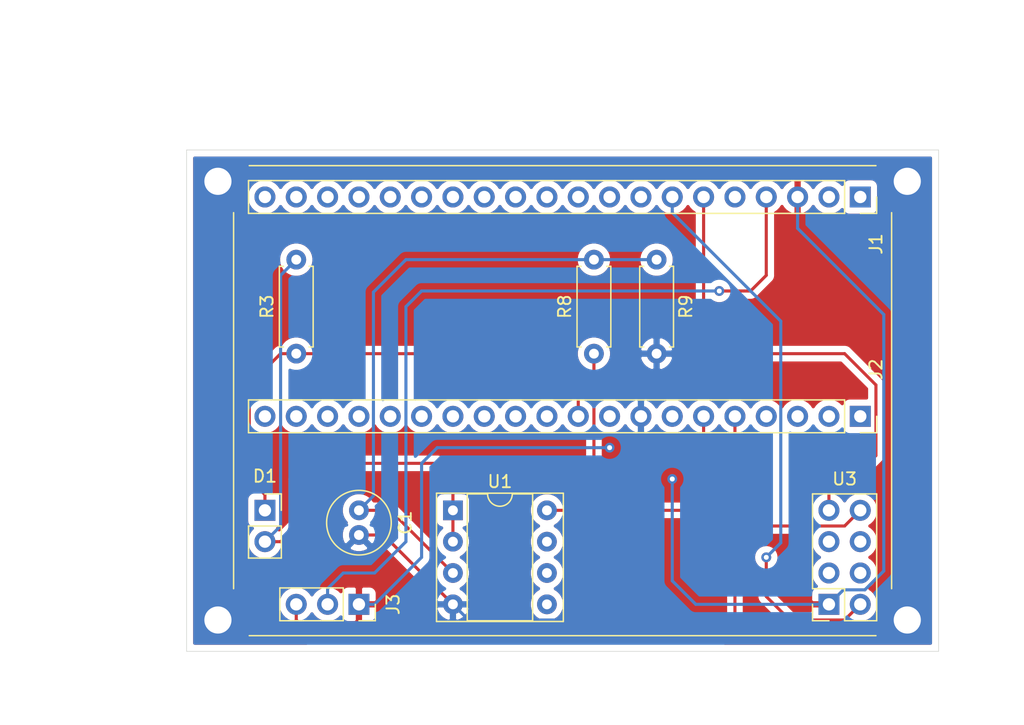
<source format=kicad_pcb>
(kicad_pcb (version 20171130) (host pcbnew "(5.1.9)-1")

  (general
    (thickness 1.6)
    (drawings 58)
    (tracks 104)
    (zones 0)
    (modules 14)
    (nets 11)
  )

  (page A4)
  (layers
    (0 F.Cu signal)
    (31 B.Cu signal)
    (32 B.Adhes user)
    (33 F.Adhes user)
    (34 B.Paste user)
    (35 F.Paste user)
    (36 B.SilkS user)
    (37 F.SilkS user)
    (38 B.Mask user)
    (39 F.Mask user)
    (40 Dwgs.User user)
    (41 Cmts.User user)
    (42 Eco1.User user)
    (43 Eco2.User user)
    (44 Edge.Cuts user)
    (45 Margin user)
    (46 B.CrtYd user)
    (47 F.CrtYd user)
    (48 B.Fab user hide)
    (49 F.Fab user)
  )

  (setup
    (last_trace_width 0.25)
    (user_trace_width 0.4)
    (trace_clearance 0.2)
    (zone_clearance 0.508)
    (zone_45_only no)
    (trace_min 0.2)
    (via_size 0.8)
    (via_drill 0.4)
    (via_min_size 0.4)
    (via_min_drill 0.3)
    (uvia_size 0.3)
    (uvia_drill 0.1)
    (uvias_allowed no)
    (uvia_min_size 0.2)
    (uvia_min_drill 0.1)
    (edge_width 0.05)
    (segment_width 0.2)
    (pcb_text_width 0.3)
    (pcb_text_size 1.5 1.5)
    (mod_edge_width 0.12)
    (mod_text_size 1 1)
    (mod_text_width 0.15)
    (pad_size 2.2 2.2)
    (pad_drill 2.2)
    (pad_to_mask_clearance 0)
    (aux_axis_origin 0 0)
    (visible_elements 7FFFFFFF)
    (pcbplotparams
      (layerselection 0x010fc_ffffffff)
      (usegerberextensions false)
      (usegerberattributes true)
      (usegerberadvancedattributes true)
      (creategerberjobfile true)
      (excludeedgelayer true)
      (linewidth 0.100000)
      (plotframeref false)
      (viasonmask false)
      (mode 1)
      (useauxorigin false)
      (hpglpennumber 1)
      (hpglpenspeed 20)
      (hpglpendiameter 15.000000)
      (psnegative false)
      (psa4output false)
      (plotreference true)
      (plotvalue true)
      (plotinvisibletext false)
      (padsonsilk false)
      (subtractmaskfromsilk false)
      (outputformat 1)
      (mirror false)
      (drillshape 1)
      (scaleselection 1)
      (outputdirectory ""))
  )

  (net 0 "")
  (net 1 "Net-(C1-Pad1)")
  (net 2 AGND)
  (net 3 GND)
  (net 4 IN1)
  (net 5 UART1_TX)
  (net 6 UART1_RX)
  (net 7 ADC0)
  (net 8 ADC_VREF)
  (net 9 VCC)
  (net 10 "Net-(D1-Pad2)")

  (net_class Default "This is the default net class."
    (clearance 0.2)
    (trace_width 0.25)
    (via_dia 0.8)
    (via_drill 0.4)
    (uvia_dia 0.3)
    (uvia_drill 0.1)
    (add_net ADC0)
    (add_net ADC_VREF)
    (add_net AGND)
    (add_net GND)
    (add_net IN1)
    (add_net "Net-(C1-Pad1)")
    (add_net "Net-(D1-Pad2)")
    (add_net UART1_RX)
    (add_net UART1_TX)
    (add_net VCC)
  )

  (module MountingHole:MountingHole_2.2mm_M2 (layer F.Cu) (tedit 56D1B4CB) (tstamp 607F3180)
    (at 34.29 35.56)
    (descr "Mounting Hole 2.2mm, no annular, M2")
    (tags "mounting hole 2.2mm no annular m2")
    (attr virtual)
    (fp_text reference REF** (at 0 5.08) (layer F.SilkS) hide
      (effects (font (size 1 1) (thickness 0.15)))
    )
    (fp_text value MountingHole_2.2mm_M2 (at 0 3.2) (layer F.Fab)
      (effects (font (size 1 1) (thickness 0.15)))
    )
    (fp_circle (center 0 0) (end 2.2 0) (layer Cmts.User) (width 0.15))
    (fp_circle (center 0 0) (end 2.45 0) (layer F.CrtYd) (width 0.05))
    (fp_text user %R (at 0.3 0) (layer F.Fab)
      (effects (font (size 1 1) (thickness 0.15)))
    )
    (pad 1 np_thru_hole circle (at 0 0) (size 2.2 2.2) (drill 2.2) (layers *.Cu *.Mask))
  )

  (module MountingHole:MountingHole_2.2mm_M2 (layer F.Cu) (tedit 56D1B4CB) (tstamp 607F3180)
    (at 34.29 71.12)
    (descr "Mounting Hole 2.2mm, no annular, M2")
    (tags "mounting hole 2.2mm no annular m2")
    (attr virtual)
    (fp_text reference REF** (at 0 -3.2) (layer F.SilkS) hide
      (effects (font (size 1 1) (thickness 0.15)))
    )
    (fp_text value MountingHole_2.2mm_M2 (at 0 3.2) (layer F.Fab)
      (effects (font (size 1 1) (thickness 0.15)))
    )
    (fp_circle (center 0 0) (end 2.2 0) (layer Cmts.User) (width 0.15))
    (fp_circle (center 0 0) (end 2.45 0) (layer F.CrtYd) (width 0.05))
    (fp_text user %R (at 0.3 0) (layer F.Fab)
      (effects (font (size 1 1) (thickness 0.15)))
    )
    (pad 1 np_thru_hole circle (at 0 0) (size 2.2 2.2) (drill 2.2) (layers *.Cu *.Mask))
  )

  (module MountingHole:MountingHole_2.2mm_M2 (layer F.Cu) (tedit 56D1B4CB) (tstamp 607F3180)
    (at 90.17 71.12)
    (descr "Mounting Hole 2.2mm, no annular, M2")
    (tags "mounting hole 2.2mm no annular m2")
    (attr virtual)
    (fp_text reference REF** (at 0 -3.2) (layer F.SilkS) hide
      (effects (font (size 1 1) (thickness 0.15)))
    )
    (fp_text value MountingHole_2.2mm_M2 (at 0 3.2) (layer F.Fab)
      (effects (font (size 1 1) (thickness 0.15)))
    )
    (fp_text user %R (at 0.3 0) (layer F.Fab)
      (effects (font (size 1 1) (thickness 0.15)))
    )
    (fp_circle (center 0 0) (end 2.45 0) (layer F.CrtYd) (width 0.05))
    (fp_circle (center 0 0) (end 2.2 0) (layer Cmts.User) (width 0.15))
    (pad 1 np_thru_hole circle (at 0 0) (size 2.2 2.2) (drill 2.2) (layers *.Cu *.Mask))
  )

  (module MountingHole:MountingHole_2.2mm_M2 (layer F.Cu) (tedit 56D1B4CB) (tstamp 607F3014)
    (at 90.17 35.56)
    (descr "Mounting Hole 2.2mm, no annular, M2")
    (tags "mounting hole 2.2mm no annular m2")
    (attr virtual)
    (fp_text reference REF** (at 0 5.08) (layer F.SilkS) hide
      (effects (font (size 1 1) (thickness 0.15)))
    )
    (fp_text value MountingHole_2.2mm_M2 (at 0 3.2) (layer F.Fab)
      (effects (font (size 1 1) (thickness 0.15)))
    )
    (fp_text user %R (at 0.3 0) (layer F.Fab)
      (effects (font (size 1 1) (thickness 0.15)))
    )
    (fp_circle (center 0 0) (end 2.2 0) (layer Cmts.User) (width 0.15))
    (fp_circle (center 0 0) (end 2.45 0) (layer F.CrtYd) (width 0.05))
    (pad 1 np_thru_hole circle (at 0 0) (size 2.2 2.2) (drill 2.2) (layers *.Cu *.Mask))
  )

  (module Capacitor_THT:C_Radial_D5.0mm_H11.0mm_P2.00mm (layer F.Cu) (tedit 5BC5C9B9) (tstamp 607EE770)
    (at 45.72 62.23 270)
    (descr "C, Radial series, Radial, pin pitch=2.00mm, diameter=5mm, height=11mm, Non-Polar Electrolytic Capacitor")
    (tags "C Radial series Radial pin pitch 2.00mm diameter 5mm height 11mm Non-Polar Electrolytic Capacitor")
    (path /6062E08C)
    (fp_text reference C1 (at 1 -3.75 90) (layer F.SilkS)
      (effects (font (size 1 1) (thickness 0.15)))
    )
    (fp_text value 1uF (at 1 3.75 90) (layer F.Fab)
      (effects (font (size 1 1) (thickness 0.15)))
    )
    (fp_circle (center 1 0) (end 3.75 0) (layer F.CrtYd) (width 0.05))
    (fp_circle (center 1 0) (end 3.62 0) (layer F.SilkS) (width 0.12))
    (fp_circle (center 1 0) (end 3.5 0) (layer F.Fab) (width 0.1))
    (fp_text user %R (at 1 0 90) (layer F.Fab)
      (effects (font (size 1 1) (thickness 0.15)))
    )
    (pad 1 thru_hole circle (at 0 0 270) (size 1.6 1.6) (drill 0.8) (layers *.Cu *.Mask)
      (net 1 "Net-(C1-Pad1)"))
    (pad 2 thru_hole circle (at 2 0 270) (size 1.6 1.6) (drill 0.8) (layers *.Cu *.Mask)
      (net 2 AGND))
    (model ${KISYS3DMOD}/Capacitor_THT.3dshapes/C_Radial_D5.0mm_H11.0mm_P2.00mm.wrl
      (at (xyz 0 0 0))
      (scale (xyz 1 1 1))
      (rotate (xyz 0 0 0))
    )
  )

  (module Connector_PinSocket_2.54mm:PinSocket_1x20_P2.54mm_Vertical (layer F.Cu) (tedit 5A19A41E) (tstamp 607EDD35)
    (at 86.36 36.83 270)
    (descr "Through hole straight socket strip, 1x20, 2.54mm pitch, single row (from Kicad 4.0.7), script generated")
    (tags "Through hole socket strip THT 1x20 2.54mm single row")
    (path /606AEFE8)
    (fp_text reference J1 (at 3.81 -1.27 90) (layer F.SilkS)
      (effects (font (size 1 1) (thickness 0.15)))
    )
    (fp_text value Conn_01x20x2 (at 0 51.03 90) (layer F.Fab)
      (effects (font (size 1 1) (thickness 0.15)))
    )
    (fp_line (start -1.8 50) (end -1.8 -1.8) (layer F.CrtYd) (width 0.05))
    (fp_line (start 1.75 50) (end -1.8 50) (layer F.CrtYd) (width 0.05))
    (fp_line (start 1.75 -1.8) (end 1.75 50) (layer F.CrtYd) (width 0.05))
    (fp_line (start -1.8 -1.8) (end 1.75 -1.8) (layer F.CrtYd) (width 0.05))
    (fp_line (start 0 -1.33) (end 1.33 -1.33) (layer F.SilkS) (width 0.12))
    (fp_line (start 1.33 -1.33) (end 1.33 0) (layer F.SilkS) (width 0.12))
    (fp_line (start 1.33 1.27) (end 1.33 49.59) (layer F.SilkS) (width 0.12))
    (fp_line (start -1.33 49.59) (end 1.33 49.59) (layer F.SilkS) (width 0.12))
    (fp_line (start -1.33 1.27) (end -1.33 49.59) (layer F.SilkS) (width 0.12))
    (fp_line (start -1.33 1.27) (end 1.33 1.27) (layer F.SilkS) (width 0.12))
    (fp_line (start -1.27 49.53) (end -1.27 -1.27) (layer F.Fab) (width 0.1))
    (fp_line (start 1.27 49.53) (end -1.27 49.53) (layer F.Fab) (width 0.1))
    (fp_line (start 1.27 -0.635) (end 1.27 49.53) (layer F.Fab) (width 0.1))
    (fp_line (start 0.635 -1.27) (end 1.27 -0.635) (layer F.Fab) (width 0.1))
    (fp_line (start -1.27 -1.27) (end 0.635 -1.27) (layer F.Fab) (width 0.1))
    (fp_text user %R (at 0 24.13) (layer F.Fab)
      (effects (font (size 1 1) (thickness 0.15)))
    )
    (pad 1 thru_hole rect (at 0 0 270) (size 1.7 1.7) (drill 1) (layers *.Cu *.Mask))
    (pad 2 thru_hole oval (at 0 2.54 270) (size 1.7 1.7) (drill 1) (layers *.Cu *.Mask))
    (pad 3 thru_hole oval (at 0 5.08 270) (size 1.7 1.7) (drill 1) (layers *.Cu *.Mask)
      (net 3 GND))
    (pad 4 thru_hole oval (at 0 7.62 270) (size 1.7 1.7) (drill 1) (layers *.Cu *.Mask)
      (net 4 IN1))
    (pad 5 thru_hole oval (at 0 10.16 270) (size 1.7 1.7) (drill 1) (layers *.Cu *.Mask))
    (pad 6 thru_hole oval (at 0 12.7 270) (size 1.7 1.7) (drill 1) (layers *.Cu *.Mask)
      (net 5 UART1_TX))
    (pad 7 thru_hole oval (at 0 15.24 270) (size 1.7 1.7) (drill 1) (layers *.Cu *.Mask)
      (net 6 UART1_RX))
    (pad 8 thru_hole oval (at 0 17.78 270) (size 1.7 1.7) (drill 1) (layers *.Cu *.Mask))
    (pad 9 thru_hole oval (at 0 20.32 270) (size 1.7 1.7) (drill 1) (layers *.Cu *.Mask))
    (pad 10 thru_hole oval (at 0 22.86 270) (size 1.7 1.7) (drill 1) (layers *.Cu *.Mask))
    (pad 11 thru_hole oval (at 0 25.4 270) (size 1.7 1.7) (drill 1) (layers *.Cu *.Mask))
    (pad 12 thru_hole oval (at 0 27.94 270) (size 1.7 1.7) (drill 1) (layers *.Cu *.Mask))
    (pad 13 thru_hole oval (at 0 30.48 270) (size 1.7 1.7) (drill 1) (layers *.Cu *.Mask))
    (pad 14 thru_hole oval (at 0 33.02 270) (size 1.7 1.7) (drill 1) (layers *.Cu *.Mask))
    (pad 15 thru_hole oval (at 0 35.56 270) (size 1.7 1.7) (drill 1) (layers *.Cu *.Mask))
    (pad 16 thru_hole oval (at 0 38.1 270) (size 1.7 1.7) (drill 1) (layers *.Cu *.Mask))
    (pad 17 thru_hole oval (at 0 40.64 270) (size 1.7 1.7) (drill 1) (layers *.Cu *.Mask))
    (pad 18 thru_hole oval (at 0 43.18 270) (size 1.7 1.7) (drill 1) (layers *.Cu *.Mask))
    (pad 19 thru_hole oval (at 0 45.72 270) (size 1.7 1.7) (drill 1) (layers *.Cu *.Mask))
    (pad 20 thru_hole oval (at 0 48.26 270) (size 1.7 1.7) (drill 1) (layers *.Cu *.Mask))
    (model ${KISYS3DMOD}/Connector_PinSocket_2.54mm.3dshapes/PinSocket_1x20_P2.54mm_Vertical.wrl
      (at (xyz 0 0 0))
      (scale (xyz 1 1 1))
      (rotate (xyz 0 0 0))
    )
  )

  (module Connector_PinSocket_2.54mm:PinSocket_1x20_P2.54mm_Vertical (layer F.Cu) (tedit 5A19A41E) (tstamp 607EDD5D)
    (at 86.36 54.61 270)
    (descr "Through hole straight socket strip, 1x20, 2.54mm pitch, single row (from Kicad 4.0.7), script generated")
    (tags "Through hole socket strip THT 1x20 2.54mm single row")
    (path /606B3F0E)
    (fp_text reference J2 (at -3.81 -1.27 90) (layer F.SilkS)
      (effects (font (size 1 1) (thickness 0.15)))
    )
    (fp_text value RASP_PI_PICO (at 0 51.03 90) (layer F.Fab)
      (effects (font (size 1 1) (thickness 0.15)))
    )
    (fp_line (start -1.8 50) (end -1.8 -1.8) (layer F.CrtYd) (width 0.05))
    (fp_line (start 1.75 50) (end -1.8 50) (layer F.CrtYd) (width 0.05))
    (fp_line (start 1.75 -1.8) (end 1.75 50) (layer F.CrtYd) (width 0.05))
    (fp_line (start -1.8 -1.8) (end 1.75 -1.8) (layer F.CrtYd) (width 0.05))
    (fp_line (start 0 -1.33) (end 1.33 -1.33) (layer F.SilkS) (width 0.12))
    (fp_line (start 1.33 -1.33) (end 1.33 0) (layer F.SilkS) (width 0.12))
    (fp_line (start 1.33 1.27) (end 1.33 49.59) (layer F.SilkS) (width 0.12))
    (fp_line (start -1.33 49.59) (end 1.33 49.59) (layer F.SilkS) (width 0.12))
    (fp_line (start -1.33 1.27) (end -1.33 49.59) (layer F.SilkS) (width 0.12))
    (fp_line (start -1.33 1.27) (end 1.33 1.27) (layer F.SilkS) (width 0.12))
    (fp_line (start -1.27 49.53) (end -1.27 -1.27) (layer F.Fab) (width 0.1))
    (fp_line (start 1.27 49.53) (end -1.27 49.53) (layer F.Fab) (width 0.1))
    (fp_line (start 1.27 -0.635) (end 1.27 49.53) (layer F.Fab) (width 0.1))
    (fp_line (start 0.635 -1.27) (end 1.27 -0.635) (layer F.Fab) (width 0.1))
    (fp_line (start -1.27 -1.27) (end 0.635 -1.27) (layer F.Fab) (width 0.1))
    (fp_text user %R (at 0 24.13) (layer F.Fab)
      (effects (font (size 1 1) (thickness 0.15)))
    )
    (pad 1 thru_hole rect (at 0 0 270) (size 1.7 1.7) (drill 1) (layers *.Cu *.Mask))
    (pad 2 thru_hole oval (at 0 2.54 270) (size 1.7 1.7) (drill 1) (layers *.Cu *.Mask))
    (pad 3 thru_hole oval (at 0 5.08 270) (size 1.7 1.7) (drill 1) (layers *.Cu *.Mask))
    (pad 4 thru_hole oval (at 0 7.62 270) (size 1.7 1.7) (drill 1) (layers *.Cu *.Mask))
    (pad 5 thru_hole oval (at 0 10.16 270) (size 1.7 1.7) (drill 1) (layers *.Cu *.Mask)
      (net 9 VCC))
    (pad 6 thru_hole oval (at 0 12.7 270) (size 1.7 1.7) (drill 1) (layers *.Cu *.Mask)
      (net 8 ADC_VREF))
    (pad 7 thru_hole oval (at 0 15.24 270) (size 1.7 1.7) (drill 1) (layers *.Cu *.Mask))
    (pad 8 thru_hole oval (at 0 17.78 270) (size 1.7 1.7) (drill 1) (layers *.Cu *.Mask)
      (net 2 AGND))
    (pad 9 thru_hole oval (at 0 20.32 270) (size 1.7 1.7) (drill 1) (layers *.Cu *.Mask))
    (pad 10 thru_hole oval (at 0 22.86 270) (size 1.7 1.7) (drill 1) (layers *.Cu *.Mask)
      (net 7 ADC0))
    (pad 11 thru_hole oval (at 0 25.4 270) (size 1.7 1.7) (drill 1) (layers *.Cu *.Mask))
    (pad 12 thru_hole oval (at 0 27.94 270) (size 1.7 1.7) (drill 1) (layers *.Cu *.Mask))
    (pad 13 thru_hole oval (at 0 30.48 270) (size 1.7 1.7) (drill 1) (layers *.Cu *.Mask))
    (pad 14 thru_hole oval (at 0 33.02 270) (size 1.7 1.7) (drill 1) (layers *.Cu *.Mask))
    (pad 15 thru_hole oval (at 0 35.56 270) (size 1.7 1.7) (drill 1) (layers *.Cu *.Mask))
    (pad 16 thru_hole oval (at 0 38.1 270) (size 1.7 1.7) (drill 1) (layers *.Cu *.Mask))
    (pad 17 thru_hole oval (at 0 40.64 270) (size 1.7 1.7) (drill 1) (layers *.Cu *.Mask))
    (pad 18 thru_hole oval (at 0 43.18 270) (size 1.7 1.7) (drill 1) (layers *.Cu *.Mask))
    (pad 19 thru_hole oval (at 0 45.72 270) (size 1.7 1.7) (drill 1) (layers *.Cu *.Mask))
    (pad 20 thru_hole oval (at 0 48.26 270) (size 1.7 1.7) (drill 1) (layers *.Cu *.Mask))
    (model ${KISYS3DMOD}/Connector_PinSocket_2.54mm.3dshapes/PinSocket_1x20_P2.54mm_Vertical.wrl
      (at (xyz 0 0 0))
      (scale (xyz 1 1 1))
      (rotate (xyz 0 0 0))
    )
  )

  (module Resistor_THT:R_Axial_DIN0207_L6.3mm_D2.5mm_P7.62mm_Horizontal (layer F.Cu) (tedit 5AE5139B) (tstamp 607EE3B9)
    (at 40.64 49.53 90)
    (descr "Resistor, Axial_DIN0207 series, Axial, Horizontal, pin pitch=7.62mm, 0.25W = 1/4W, length*diameter=6.3*2.5mm^2, http://cdn-reichelt.de/documents/datenblatt/B400/1_4W%23YAG.pdf")
    (tags "Resistor Axial_DIN0207 series Axial Horizontal pin pitch 7.62mm 0.25W = 1/4W length 6.3mm diameter 2.5mm")
    (path /606B09FA)
    (fp_text reference R3 (at 3.81 -2.37 90) (layer F.SilkS)
      (effects (font (size 1 1) (thickness 0.15)))
    )
    (fp_text value 77Ω (at 3.81 2.37 90) (layer F.Fab)
      (effects (font (size 1 1) (thickness 0.15)))
    )
    (fp_line (start 8.67 -1.5) (end -1.05 -1.5) (layer F.CrtYd) (width 0.05))
    (fp_line (start 8.67 1.5) (end 8.67 -1.5) (layer F.CrtYd) (width 0.05))
    (fp_line (start -1.05 1.5) (end 8.67 1.5) (layer F.CrtYd) (width 0.05))
    (fp_line (start -1.05 -1.5) (end -1.05 1.5) (layer F.CrtYd) (width 0.05))
    (fp_line (start 7.08 1.37) (end 7.08 1.04) (layer F.SilkS) (width 0.12))
    (fp_line (start 0.54 1.37) (end 7.08 1.37) (layer F.SilkS) (width 0.12))
    (fp_line (start 0.54 1.04) (end 0.54 1.37) (layer F.SilkS) (width 0.12))
    (fp_line (start 7.08 -1.37) (end 7.08 -1.04) (layer F.SilkS) (width 0.12))
    (fp_line (start 0.54 -1.37) (end 7.08 -1.37) (layer F.SilkS) (width 0.12))
    (fp_line (start 0.54 -1.04) (end 0.54 -1.37) (layer F.SilkS) (width 0.12))
    (fp_line (start 7.62 0) (end 6.96 0) (layer F.Fab) (width 0.1))
    (fp_line (start 0 0) (end 0.66 0) (layer F.Fab) (width 0.1))
    (fp_line (start 6.96 -1.25) (end 0.66 -1.25) (layer F.Fab) (width 0.1))
    (fp_line (start 6.96 1.25) (end 6.96 -1.25) (layer F.Fab) (width 0.1))
    (fp_line (start 0.66 1.25) (end 6.96 1.25) (layer F.Fab) (width 0.1))
    (fp_line (start 0.66 -1.25) (end 0.66 1.25) (layer F.Fab) (width 0.1))
    (fp_text user %R (at 3.81 0 90) (layer F.Fab)
      (effects (font (size 1 1) (thickness 0.15)))
    )
    (pad 1 thru_hole circle (at 0 0 90) (size 1.6 1.6) (drill 0.8) (layers *.Cu *.Mask)
      (net 7 ADC0))
    (pad 2 thru_hole oval (at 7.62 0 90) (size 1.6 1.6) (drill 0.8) (layers *.Cu *.Mask)
      (net 10 "Net-(D1-Pad2)"))
    (model ${KISYS3DMOD}/Resistor_THT.3dshapes/R_Axial_DIN0207_L6.3mm_D2.5mm_P7.62mm_Horizontal.wrl
      (at (xyz 0 0 0))
      (scale (xyz 1 1 1))
      (rotate (xyz 0 0 0))
    )
  )

  (module Resistor_THT:R_Axial_DIN0207_L6.3mm_D2.5mm_P7.62mm_Horizontal (layer F.Cu) (tedit 5AE5139B) (tstamp 607F1590)
    (at 64.77 49.53 90)
    (descr "Resistor, Axial_DIN0207 series, Axial, Horizontal, pin pitch=7.62mm, 0.25W = 1/4W, length*diameter=6.3*2.5mm^2, http://cdn-reichelt.de/documents/datenblatt/B400/1_4W%23YAG.pdf")
    (tags "Resistor Axial_DIN0207 series Axial Horizontal pin pitch 7.62mm 0.25W = 1/4W length 6.3mm diameter 2.5mm")
    (path /6062D898)
    (fp_text reference R8 (at 3.81 -2.37 90) (layer F.SilkS)
      (effects (font (size 1 1) (thickness 0.15)))
    )
    (fp_text value 20KΩ (at 3.81 -3.81 90) (layer F.Fab)
      (effects (font (size 1 1) (thickness 0.15)))
    )
    (fp_line (start 8.67 -1.5) (end -1.05 -1.5) (layer F.CrtYd) (width 0.05))
    (fp_line (start 8.67 1.5) (end 8.67 -1.5) (layer F.CrtYd) (width 0.05))
    (fp_line (start -1.05 1.5) (end 8.67 1.5) (layer F.CrtYd) (width 0.05))
    (fp_line (start -1.05 -1.5) (end -1.05 1.5) (layer F.CrtYd) (width 0.05))
    (fp_line (start 7.08 1.37) (end 7.08 1.04) (layer F.SilkS) (width 0.12))
    (fp_line (start 0.54 1.37) (end 7.08 1.37) (layer F.SilkS) (width 0.12))
    (fp_line (start 0.54 1.04) (end 0.54 1.37) (layer F.SilkS) (width 0.12))
    (fp_line (start 7.08 -1.37) (end 7.08 -1.04) (layer F.SilkS) (width 0.12))
    (fp_line (start 0.54 -1.37) (end 7.08 -1.37) (layer F.SilkS) (width 0.12))
    (fp_line (start 0.54 -1.04) (end 0.54 -1.37) (layer F.SilkS) (width 0.12))
    (fp_line (start 7.62 0) (end 6.96 0) (layer F.Fab) (width 0.1))
    (fp_line (start 0 0) (end 0.66 0) (layer F.Fab) (width 0.1))
    (fp_line (start 6.96 -1.25) (end 0.66 -1.25) (layer F.Fab) (width 0.1))
    (fp_line (start 6.96 1.25) (end 6.96 -1.25) (layer F.Fab) (width 0.1))
    (fp_line (start 0.66 1.25) (end 6.96 1.25) (layer F.Fab) (width 0.1))
    (fp_line (start 0.66 -1.25) (end 0.66 1.25) (layer F.Fab) (width 0.1))
    (fp_text user %R (at 3.81 0 90) (layer F.Fab)
      (effects (font (size 1 1) (thickness 0.15)))
    )
    (pad 1 thru_hole circle (at 0 0 90) (size 1.6 1.6) (drill 0.8) (layers *.Cu *.Mask)
      (net 8 ADC_VREF))
    (pad 2 thru_hole oval (at 7.62 0 90) (size 1.6 1.6) (drill 0.8) (layers *.Cu *.Mask)
      (net 1 "Net-(C1-Pad1)"))
    (model ${KISYS3DMOD}/Resistor_THT.3dshapes/R_Axial_DIN0207_L6.3mm_D2.5mm_P7.62mm_Horizontal.wrl
      (at (xyz 0 0 0))
      (scale (xyz 1 1 1))
      (rotate (xyz 0 0 0))
    )
  )

  (module Resistor_THT:R_Axial_DIN0207_L6.3mm_D2.5mm_P7.62mm_Horizontal (layer F.Cu) (tedit 5AE5139B) (tstamp 607F1450)
    (at 69.85 41.91 270)
    (descr "Resistor, Axial_DIN0207 series, Axial, Horizontal, pin pitch=7.62mm, 0.25W = 1/4W, length*diameter=6.3*2.5mm^2, http://cdn-reichelt.de/documents/datenblatt/B400/1_4W%23YAG.pdf")
    (tags "Resistor Axial_DIN0207 series Axial Horizontal pin pitch 7.62mm 0.25W = 1/4W length 6.3mm diameter 2.5mm")
    (path /6062F1D7)
    (fp_text reference R9 (at 3.81 -2.37 90) (layer F.SilkS)
      (effects (font (size 1 1) (thickness 0.15)))
    )
    (fp_text value 20KΩ (at 3.81 2.37 90) (layer F.Fab)
      (effects (font (size 1 1) (thickness 0.15)))
    )
    (fp_line (start 0.66 -1.25) (end 0.66 1.25) (layer F.Fab) (width 0.1))
    (fp_line (start 0.66 1.25) (end 6.96 1.25) (layer F.Fab) (width 0.1))
    (fp_line (start 6.96 1.25) (end 6.96 -1.25) (layer F.Fab) (width 0.1))
    (fp_line (start 6.96 -1.25) (end 0.66 -1.25) (layer F.Fab) (width 0.1))
    (fp_line (start 0 0) (end 0.66 0) (layer F.Fab) (width 0.1))
    (fp_line (start 7.62 0) (end 6.96 0) (layer F.Fab) (width 0.1))
    (fp_line (start 0.54 -1.04) (end 0.54 -1.37) (layer F.SilkS) (width 0.12))
    (fp_line (start 0.54 -1.37) (end 7.08 -1.37) (layer F.SilkS) (width 0.12))
    (fp_line (start 7.08 -1.37) (end 7.08 -1.04) (layer F.SilkS) (width 0.12))
    (fp_line (start 0.54 1.04) (end 0.54 1.37) (layer F.SilkS) (width 0.12))
    (fp_line (start 0.54 1.37) (end 7.08 1.37) (layer F.SilkS) (width 0.12))
    (fp_line (start 7.08 1.37) (end 7.08 1.04) (layer F.SilkS) (width 0.12))
    (fp_line (start -1.05 -1.5) (end -1.05 1.5) (layer F.CrtYd) (width 0.05))
    (fp_line (start -1.05 1.5) (end 8.67 1.5) (layer F.CrtYd) (width 0.05))
    (fp_line (start 8.67 1.5) (end 8.67 -1.5) (layer F.CrtYd) (width 0.05))
    (fp_line (start 8.67 -1.5) (end -1.05 -1.5) (layer F.CrtYd) (width 0.05))
    (fp_text user %R (at 3.81 0 90) (layer F.Fab)
      (effects (font (size 1 1) (thickness 0.15)))
    )
    (pad 2 thru_hole oval (at 7.62 0 270) (size 1.6 1.6) (drill 0.8) (layers *.Cu *.Mask)
      (net 2 AGND))
    (pad 1 thru_hole circle (at 0 0 270) (size 1.6 1.6) (drill 0.8) (layers *.Cu *.Mask)
      (net 1 "Net-(C1-Pad1)"))
    (model ${KISYS3DMOD}/Resistor_THT.3dshapes/R_Axial_DIN0207_L6.3mm_D2.5mm_P7.62mm_Horizontal.wrl
      (at (xyz 0 0 0))
      (scale (xyz 1 1 1))
      (rotate (xyz 0 0 0))
    )
  )

  (module Package_DIP:DIP-8_W7.62mm_Socket (layer F.Cu) (tedit 5A02E8C5) (tstamp 607EDDC6)
    (at 53.34 62.23)
    (descr "8-lead though-hole mounted DIP package, row spacing 7.62 mm (300 mils), Socket")
    (tags "THT DIP DIL PDIP 2.54mm 7.62mm 300mil Socket")
    (path /605E062D)
    (fp_text reference U1 (at 3.81 -2.33) (layer F.SilkS)
      (effects (font (size 1 1) (thickness 0.15)))
    )
    (fp_text value LM358 (at 3.81 9.95) (layer F.Fab)
      (effects (font (size 1 1) (thickness 0.15)))
    )
    (fp_line (start 1.635 -1.27) (end 6.985 -1.27) (layer F.Fab) (width 0.1))
    (fp_line (start 6.985 -1.27) (end 6.985 8.89) (layer F.Fab) (width 0.1))
    (fp_line (start 6.985 8.89) (end 0.635 8.89) (layer F.Fab) (width 0.1))
    (fp_line (start 0.635 8.89) (end 0.635 -0.27) (layer F.Fab) (width 0.1))
    (fp_line (start 0.635 -0.27) (end 1.635 -1.27) (layer F.Fab) (width 0.1))
    (fp_line (start -1.27 -1.33) (end -1.27 8.95) (layer F.Fab) (width 0.1))
    (fp_line (start -1.27 8.95) (end 8.89 8.95) (layer F.Fab) (width 0.1))
    (fp_line (start 8.89 8.95) (end 8.89 -1.33) (layer F.Fab) (width 0.1))
    (fp_line (start 8.89 -1.33) (end -1.27 -1.33) (layer F.Fab) (width 0.1))
    (fp_line (start 2.81 -1.33) (end 1.16 -1.33) (layer F.SilkS) (width 0.12))
    (fp_line (start 1.16 -1.33) (end 1.16 8.95) (layer F.SilkS) (width 0.12))
    (fp_line (start 1.16 8.95) (end 6.46 8.95) (layer F.SilkS) (width 0.12))
    (fp_line (start 6.46 8.95) (end 6.46 -1.33) (layer F.SilkS) (width 0.12))
    (fp_line (start 6.46 -1.33) (end 4.81 -1.33) (layer F.SilkS) (width 0.12))
    (fp_line (start -1.33 -1.39) (end -1.33 9.01) (layer F.SilkS) (width 0.12))
    (fp_line (start -1.33 9.01) (end 8.95 9.01) (layer F.SilkS) (width 0.12))
    (fp_line (start 8.95 9.01) (end 8.95 -1.39) (layer F.SilkS) (width 0.12))
    (fp_line (start 8.95 -1.39) (end -1.33 -1.39) (layer F.SilkS) (width 0.12))
    (fp_line (start -1.55 -1.6) (end -1.55 9.2) (layer F.CrtYd) (width 0.05))
    (fp_line (start -1.55 9.2) (end 9.15 9.2) (layer F.CrtYd) (width 0.05))
    (fp_line (start 9.15 9.2) (end 9.15 -1.6) (layer F.CrtYd) (width 0.05))
    (fp_line (start 9.15 -1.6) (end -1.55 -1.6) (layer F.CrtYd) (width 0.05))
    (fp_text user %R (at 3.81 3.81) (layer F.Fab)
      (effects (font (size 1 1) (thickness 0.15)))
    )
    (fp_arc (start 3.81 -1.33) (end 2.81 -1.33) (angle -180) (layer F.SilkS) (width 0.12))
    (pad 8 thru_hole oval (at 7.62 0) (size 1.6 1.6) (drill 0.8) (layers *.Cu *.Mask)
      (net 8 ADC_VREF))
    (pad 4 thru_hole oval (at 0 7.62) (size 1.6 1.6) (drill 0.8) (layers *.Cu *.Mask)
      (net 2 AGND))
    (pad 7 thru_hole oval (at 7.62 2.54) (size 1.6 1.6) (drill 0.8) (layers *.Cu *.Mask))
    (pad 3 thru_hole oval (at 0 5.08) (size 1.6 1.6) (drill 0.8) (layers *.Cu *.Mask)
      (net 1 "Net-(C1-Pad1)"))
    (pad 6 thru_hole oval (at 7.62 5.08) (size 1.6 1.6) (drill 0.8) (layers *.Cu *.Mask))
    (pad 2 thru_hole oval (at 0 2.54) (size 1.6 1.6) (drill 0.8) (layers *.Cu *.Mask)
      (net 10 "Net-(D1-Pad2)"))
    (pad 5 thru_hole oval (at 7.62 7.62) (size 1.6 1.6) (drill 0.8) (layers *.Cu *.Mask))
    (pad 1 thru_hole rect (at 0 0) (size 1.6 1.6) (drill 0.8) (layers *.Cu *.Mask)
      (net 10 "Net-(D1-Pad2)"))
    (model ${KISYS3DMOD}/Package_DIP.3dshapes/DIP-8_W7.62mm_Socket.wrl
      (at (xyz 0 0 0))
      (scale (xyz 1 1 1))
      (rotate (xyz 0 0 0))
    )
  )

  (module Connector_PinSocket_2.54mm:PinSocket_2x04_P2.54mm_Vertical (layer F.Cu) (tedit 5A19A422) (tstamp 607F0F94)
    (at 83.82 69.85 180)
    (descr "Through hole straight socket strip, 2x04, 2.54mm pitch, double cols (from Kicad 4.0.7), script generated")
    (tags "Through hole socket strip THT 2x04 2.54mm double row")
    (path /608A39EF)
    (fp_text reference U3 (at -1.27 10.16) (layer F.SilkS)
      (effects (font (size 1 1) (thickness 0.15)))
    )
    (fp_text value ESP-07 (at -1.27 10.39) (layer F.Fab)
      (effects (font (size 1 1) (thickness 0.15)))
    )
    (fp_text user %R (at -1.27 3.81 90) (layer F.Fab)
      (effects (font (size 1 1) (thickness 0.15)))
    )
    (fp_line (start -4.34 9.4) (end -4.34 -1.8) (layer F.CrtYd) (width 0.05))
    (fp_line (start 1.76 9.4) (end -4.34 9.4) (layer F.CrtYd) (width 0.05))
    (fp_line (start 1.76 -1.8) (end 1.76 9.4) (layer F.CrtYd) (width 0.05))
    (fp_line (start -4.34 -1.8) (end 1.76 -1.8) (layer F.CrtYd) (width 0.05))
    (fp_line (start 0 -1.33) (end 1.33 -1.33) (layer F.SilkS) (width 0.12))
    (fp_line (start 1.33 -1.33) (end 1.33 0) (layer F.SilkS) (width 0.12))
    (fp_line (start -1.27 -1.33) (end -1.27 1.27) (layer F.SilkS) (width 0.12))
    (fp_line (start -1.27 1.27) (end 1.33 1.27) (layer F.SilkS) (width 0.12))
    (fp_line (start 1.33 1.27) (end 1.33 8.95) (layer F.SilkS) (width 0.12))
    (fp_line (start -3.87 8.95) (end 1.33 8.95) (layer F.SilkS) (width 0.12))
    (fp_line (start -3.87 -1.33) (end -3.87 8.95) (layer F.SilkS) (width 0.12))
    (fp_line (start -3.87 -1.33) (end -1.27 -1.33) (layer F.SilkS) (width 0.12))
    (fp_line (start -3.81 8.89) (end -3.81 -1.27) (layer F.Fab) (width 0.1))
    (fp_line (start 1.27 8.89) (end -3.81 8.89) (layer F.Fab) (width 0.1))
    (fp_line (start 1.27 -0.27) (end 1.27 8.89) (layer F.Fab) (width 0.1))
    (fp_line (start 0.27 -1.27) (end 1.27 -0.27) (layer F.Fab) (width 0.1))
    (fp_line (start -3.81 -1.27) (end 0.27 -1.27) (layer F.Fab) (width 0.1))
    (pad 1 thru_hole rect (at 0 0 180) (size 1.7 1.7) (drill 1) (layers *.Cu *.Mask)
      (net 3 GND))
    (pad 2 thru_hole oval (at -2.54 0 180) (size 1.7 1.7) (drill 1) (layers *.Cu *.Mask)
      (net 6 UART1_RX))
    (pad 3 thru_hole oval (at 0 2.54 180) (size 1.7 1.7) (drill 1) (layers *.Cu *.Mask))
    (pad 4 thru_hole oval (at -2.54 2.54 180) (size 1.7 1.7) (drill 1) (layers *.Cu *.Mask))
    (pad 5 thru_hole oval (at 0 5.08 180) (size 1.7 1.7) (drill 1) (layers *.Cu *.Mask))
    (pad 6 thru_hole oval (at -2.54 5.08 180) (size 1.7 1.7) (drill 1) (layers *.Cu *.Mask))
    (pad 7 thru_hole oval (at 0 7.62 180) (size 1.7 1.7) (drill 1) (layers *.Cu *.Mask)
      (net 5 UART1_TX))
    (pad 8 thru_hole oval (at -2.54 7.62 180) (size 1.7 1.7) (drill 1) (layers *.Cu *.Mask)
      (net 9 VCC))
    (model ${KISYS3DMOD}/Connector_PinSocket_2.54mm.3dshapes/PinSocket_2x04_P2.54mm_Vertical.wrl
      (at (xyz 0 0 0))
      (scale (xyz 1 1 1))
      (rotate (xyz 0 0 0))
    )
  )

  (module Connector_PinSocket_2.54mm:PinSocket_1x02_P2.54mm_Vertical (layer F.Cu) (tedit 5A19A420) (tstamp 607F09D9)
    (at 38.1 62.23)
    (descr "Through hole straight socket strip, 1x02, 2.54mm pitch, single row (from Kicad 4.0.7), script generated")
    (tags "Through hole socket strip THT 1x02 2.54mm single row")
    (path /6073D70F)
    (fp_text reference D1 (at 0 -2.77) (layer F.SilkS)
      (effects (font (size 1 1) (thickness 0.15)))
    )
    (fp_text value D_TVS_ALT (at 0 5.31) (layer F.Fab)
      (effects (font (size 1 1) (thickness 0.15)))
    )
    (fp_line (start -1.27 -1.27) (end 0.635 -1.27) (layer F.Fab) (width 0.1))
    (fp_line (start 0.635 -1.27) (end 1.27 -0.635) (layer F.Fab) (width 0.1))
    (fp_line (start 1.27 -0.635) (end 1.27 3.81) (layer F.Fab) (width 0.1))
    (fp_line (start 1.27 3.81) (end -1.27 3.81) (layer F.Fab) (width 0.1))
    (fp_line (start -1.27 3.81) (end -1.27 -1.27) (layer F.Fab) (width 0.1))
    (fp_line (start -1.33 1.27) (end 1.33 1.27) (layer F.SilkS) (width 0.12))
    (fp_line (start -1.33 1.27) (end -1.33 3.87) (layer F.SilkS) (width 0.12))
    (fp_line (start -1.33 3.87) (end 1.33 3.87) (layer F.SilkS) (width 0.12))
    (fp_line (start 1.33 1.27) (end 1.33 3.87) (layer F.SilkS) (width 0.12))
    (fp_line (start 1.33 -1.33) (end 1.33 0) (layer F.SilkS) (width 0.12))
    (fp_line (start 0 -1.33) (end 1.33 -1.33) (layer F.SilkS) (width 0.12))
    (fp_line (start -1.8 -1.8) (end 1.75 -1.8) (layer F.CrtYd) (width 0.05))
    (fp_line (start 1.75 -1.8) (end 1.75 4.3) (layer F.CrtYd) (width 0.05))
    (fp_line (start 1.75 4.3) (end -1.8 4.3) (layer F.CrtYd) (width 0.05))
    (fp_line (start -1.8 4.3) (end -1.8 -1.8) (layer F.CrtYd) (width 0.05))
    (fp_text user %R (at 0 1.27 90) (layer F.Fab)
      (effects (font (size 1 1) (thickness 0.15)))
    )
    (pad 1 thru_hole rect (at 0 0) (size 1.7 1.7) (drill 1) (layers *.Cu *.Mask)
      (net 7 ADC0))
    (pad 2 thru_hole oval (at 0 2.54) (size 1.7 1.7) (drill 1) (layers *.Cu *.Mask)
      (net 10 "Net-(D1-Pad2)"))
    (model ${KISYS3DMOD}/Connector_PinSocket_2.54mm.3dshapes/PinSocket_1x02_P2.54mm_Vertical.wrl
      (at (xyz 0 0 0))
      (scale (xyz 1 1 1))
      (rotate (xyz 0 0 0))
    )
  )

  (module Connector_PinSocket_2.54mm:PinSocket_1x03_P2.54mm_Vertical (layer F.Cu) (tedit 5A19A429) (tstamp 607F3117)
    (at 45.72 69.85 270)
    (descr "Through hole straight socket strip, 1x03, 2.54mm pitch, single row (from Kicad 4.0.7), script generated")
    (tags "Through hole socket strip THT 1x03 2.54mm single row")
    (path /6083BCEE)
    (fp_text reference J3 (at 0 -2.77 90) (layer F.SilkS)
      (effects (font (size 1 1) (thickness 0.15)))
    )
    (fp_text value Conn_01x03_Female (at 0 7.85 90) (layer F.Fab)
      (effects (font (size 1 1) (thickness 0.15)))
    )
    (fp_line (start -1.27 -1.27) (end 0.635 -1.27) (layer F.Fab) (width 0.1))
    (fp_line (start 0.635 -1.27) (end 1.27 -0.635) (layer F.Fab) (width 0.1))
    (fp_line (start 1.27 -0.635) (end 1.27 6.35) (layer F.Fab) (width 0.1))
    (fp_line (start 1.27 6.35) (end -1.27 6.35) (layer F.Fab) (width 0.1))
    (fp_line (start -1.27 6.35) (end -1.27 -1.27) (layer F.Fab) (width 0.1))
    (fp_line (start -1.33 1.27) (end 1.33 1.27) (layer F.SilkS) (width 0.12))
    (fp_line (start -1.33 1.27) (end -1.33 6.41) (layer F.SilkS) (width 0.12))
    (fp_line (start -1.33 6.41) (end 1.33 6.41) (layer F.SilkS) (width 0.12))
    (fp_line (start 1.33 1.27) (end 1.33 6.41) (layer F.SilkS) (width 0.12))
    (fp_line (start 1.33 -1.33) (end 1.33 0) (layer F.SilkS) (width 0.12))
    (fp_line (start 0 -1.33) (end 1.33 -1.33) (layer F.SilkS) (width 0.12))
    (fp_line (start -1.8 -1.8) (end 1.75 -1.8) (layer F.CrtYd) (width 0.05))
    (fp_line (start 1.75 -1.8) (end 1.75 6.85) (layer F.CrtYd) (width 0.05))
    (fp_line (start 1.75 6.85) (end -1.8 6.85) (layer F.CrtYd) (width 0.05))
    (fp_line (start -1.8 6.85) (end -1.8 -1.8) (layer F.CrtYd) (width 0.05))
    (fp_text user %R (at 0 2.54) (layer F.Fab)
      (effects (font (size 1 1) (thickness 0.15)))
    )
    (pad 1 thru_hole rect (at 0 0 270) (size 1.7 1.7) (drill 1) (layers *.Cu *.Mask)
      (net 3 GND))
    (pad 2 thru_hole oval (at 0 2.54 270) (size 1.7 1.7) (drill 1) (layers *.Cu *.Mask)
      (net 4 IN1))
    (pad 3 thru_hole oval (at 0 5.08 270) (size 1.7 1.7) (drill 1) (layers *.Cu *.Mask)
      (net 9 VCC))
    (model ${KISYS3DMOD}/Connector_PinSocket_2.54mm.3dshapes/PinSocket_1x03_P2.54mm_Vertical.wrl
      (at (xyz 0 0 0))
      (scale (xyz 1 1 1))
      (rotate (xyz 0 0 0))
    )
  )

  (gr_line (start 88.9 38.1) (end 88.9 68.58) (layer F.SilkS) (width 0.12))
  (gr_line (start 36.83 34.29) (end 87.63 34.29) (layer F.SilkS) (width 0.12))
  (gr_line (start 35.56 38.1) (end 35.56 68.58) (layer F.SilkS) (width 0.12))
  (dimension 1.651 (width 0.15) (layer F.Fab)
    (gr_text "1.651 mm" (at 96.931 55.4355 270) (layer F.Fab)
      (effects (font (size 1 1) (thickness 0.15)))
    )
    (feature1 (pts (xy 86.36 56.261) (xy 96.217421 56.261)))
    (feature2 (pts (xy 86.36 54.61) (xy 96.217421 54.61)))
    (crossbar (pts (xy 95.631 54.61) (xy 95.631 56.261)))
    (arrow1a (pts (xy 95.631 56.261) (xy 95.044579 55.134496)))
    (arrow1b (pts (xy 95.631 56.261) (xy 96.217421 55.134496)))
    (arrow2a (pts (xy 95.631 54.61) (xy 95.044579 55.736504)))
    (arrow2b (pts (xy 95.631 54.61) (xy 96.217421 55.736504)))
  )
  (gr_line (start 63.5 58.928) (end 63.5 73.152) (layer F.Fab) (width 0.15) (tstamp 607EEF52))
  (gr_line (start 88.392 58.928) (end 63.5 58.928) (layer F.Fab) (width 0.15) (tstamp 607F0F11))
  (gr_line (start 88.392 73.152) (end 63.5 73.152) (layer F.Fab) (width 0.15) (tstamp 607EEF51))
  (gr_line (start 88.392 58.928) (end 88.392 73.152) (layer F.Fab) (width 0.15))
  (dimension 24.892 (width 0.15) (layer F.Fab)
    (gr_text "24.892 mm" (at 75.946 80.294) (layer F.Fab)
      (effects (font (size 1 1) (thickness 0.15)))
    )
    (feature1 (pts (xy 63.5 73.152) (xy 63.5 79.580421)))
    (feature2 (pts (xy 88.392 73.152) (xy 88.392 79.580421)))
    (crossbar (pts (xy 88.392 78.994) (xy 63.5 78.994)))
    (arrow1a (pts (xy 63.5 78.994) (xy 64.626504 78.407579)))
    (arrow1b (pts (xy 63.5 78.994) (xy 64.626504 79.580421)))
    (arrow2a (pts (xy 88.392 78.994) (xy 87.265496 78.407579)))
    (arrow2b (pts (xy 88.392 78.994) (xy 87.265496 79.580421)))
  )
  (dimension 3.302 (width 0.15) (layer F.Fab)
    (gr_text "3.302 mm" (at 94.01 60.579 90) (layer F.Fab)
      (effects (font (size 1 1) (thickness 0.15)))
    )
    (feature1 (pts (xy 88.392 58.928) (xy 93.296421 58.928)))
    (feature2 (pts (xy 88.392 62.23) (xy 93.296421 62.23)))
    (crossbar (pts (xy 92.71 62.23) (xy 92.71 58.928)))
    (arrow1a (pts (xy 92.71 58.928) (xy 93.296421 60.054504)))
    (arrow1b (pts (xy 92.71 58.928) (xy 92.123579 60.054504)))
    (arrow2a (pts (xy 92.71 62.23) (xy 93.296421 61.103496)))
    (arrow2b (pts (xy 92.71 62.23) (xy 92.123579 61.103496)))
  )
  (dimension 3.302 (width 0.15) (layer F.Fab) (tstamp 607EEF6B)
    (gr_text "3.302 mm" (at 94.01 71.501 -90) (layer F.Fab) (tstamp 607EEF6B)
      (effects (font (size 1 1) (thickness 0.15)))
    )
    (feature1 (pts (xy 88.392 73.152) (xy 93.296421 73.152)))
    (feature2 (pts (xy 88.392 69.85) (xy 93.296421 69.85)))
    (crossbar (pts (xy 92.71 69.85) (xy 92.71 73.152)))
    (arrow1a (pts (xy 92.71 73.152) (xy 92.123579 72.025496)))
    (arrow1b (pts (xy 92.71 73.152) (xy 93.296421 72.025496)))
    (arrow2a (pts (xy 92.71 69.85) (xy 92.123579 70.976504)))
    (arrow2b (pts (xy 92.71 69.85) (xy 93.296421 70.976504)))
  )
  (gr_line (start 86.36 57.15) (end 38.1 57.15) (layer B.Fab) (width 0.15))
  (gr_line (start 87.63 72.39) (end 36.83 72.39) (layer F.SilkS) (width 0.12))
  (gr_line (start 31.75 73.66) (end 31.75 33.02) (layer Edge.Cuts) (width 0.05) (tstamp 607F17F7))
  (gr_line (start 92.71 73.66) (end 31.75 73.66) (layer Edge.Cuts) (width 0.05))
  (gr_line (start 92.71 33.02) (end 92.71 73.66) (layer Edge.Cuts) (width 0.05))
  (gr_line (start 31.75 33.02) (end 92.71 33.02) (layer Edge.Cuts) (width 0.05))
  (gr_line (start 83.82 69.85) (end 83.82 36.83) (layer B.Fab) (width 0.15))
  (gr_line (start 81.28 36.83) (end 81.28 69.85) (layer B.Fab) (width 0.15))
  (gr_line (start 78.74 69.85) (end 78.74 36.83) (layer B.Fab) (width 0.15))
  (gr_line (start 76.2 36.83) (end 76.2 69.85) (layer B.Fab) (width 0.15) (tstamp 607F16B5))
  (gr_line (start 73.66 69.85) (end 73.66 36.83) (layer B.Fab) (width 0.15))
  (gr_line (start 71.12 36.83) (end 71.12 69.85) (layer B.Fab) (width 0.15))
  (gr_line (start 68.58 69.85) (end 68.58 36.83) (layer B.Fab) (width 0.15))
  (gr_line (start 66.04 36.83) (end 66.04 69.85) (layer B.Fab) (width 0.15))
  (gr_line (start 63.5 69.85) (end 63.5 36.83) (layer B.Fab) (width 0.15))
  (gr_line (start 60.96 36.83) (end 60.96 69.85) (layer B.Fab) (width 0.15))
  (gr_line (start 58.42 69.85) (end 58.42 36.83) (layer B.Fab) (width 0.15))
  (gr_line (start 55.88 36.83) (end 55.88 69.85) (layer B.Fab) (width 0.15))
  (gr_line (start 53.34 69.85) (end 53.34 36.83) (layer B.Fab) (width 0.15))
  (gr_line (start 50.8 36.83) (end 50.8 69.85) (layer B.Fab) (width 0.15))
  (gr_line (start 48.26 69.85) (end 48.26 36.83) (layer B.Fab) (width 0.15))
  (gr_line (start 45.72 36.83) (end 45.72 69.85) (layer B.Fab) (width 0.15))
  (gr_line (start 43.18 69.85) (end 43.18 36.83) (layer B.Fab) (width 0.15))
  (gr_line (start 40.64 36.83) (end 40.64 69.85) (layer B.Fab) (width 0.15))
  (gr_line (start 86.36 39.37) (end 38.1 39.37) (layer B.Fab) (width 0.15))
  (gr_line (start 38.1 41.91) (end 86.36 41.91) (layer B.Fab) (width 0.15))
  (gr_line (start 86.36 44.45) (end 38.1 44.45) (layer B.Fab) (width 0.15))
  (gr_line (start 38.1 46.99) (end 86.36 46.99) (layer B.Fab) (width 0.15))
  (gr_line (start 86.36 49.53) (end 38.1 49.53) (layer B.Fab) (width 0.15))
  (gr_line (start 38.1 52.07) (end 86.36 52.07) (layer B.Fab) (width 0.15))
  (gr_line (start 86.36 54.61) (end 38.1 54.61) (layer B.Fab) (width 0.15))
  (gr_line (start 86.36 59.69) (end 38.1 59.69) (layer B.Fab) (width 0.15))
  (gr_line (start 38.1 62.23) (end 86.36 62.23) (layer B.Fab) (width 0.15))
  (gr_line (start 86.36 64.77) (end 38.1 64.77) (layer B.Fab) (width 0.15))
  (gr_line (start 38.1 67.31) (end 86.36 67.31) (layer B.Fab) (width 0.15))
  (gr_line (start 31.75 36.83) (end 92.71 36.83) (layer B.Fab) (width 0.15))
  (gr_line (start 86.36 33.02) (end 86.36 73.66) (layer B.Fab) (width 0.15))
  (gr_line (start 31.75 69.85) (end 92.71 69.85) (layer B.Fab) (width 0.15))
  (gr_line (start 38.1 33.02) (end 38.1 73.66) (layer B.Fab) (width 0.15))
  (gr_line (start 31.75 73.66) (end 31.75 33.02) (layer F.CrtYd) (width 0.05) (tstamp 607F01EF))
  (gr_line (start 92.71 73.66) (end 31.75 73.66) (layer F.CrtYd) (width 0.05))
  (gr_line (start 92.71 33.02) (end 92.71 73.66) (layer F.CrtYd) (width 0.05))
  (gr_line (start 31.75 33.02) (end 92.71 33.02) (layer F.CrtYd) (width 0.05))
  (dimension 40.64 (width 0.15) (layer F.Fab)
    (gr_text "40.640 mm" (at 20.29 53.34 270) (layer F.Fab)
      (effects (font (size 1 1) (thickness 0.15)))
    )
    (feature1 (pts (xy 31.75 73.66) (xy 21.003579 73.66)))
    (feature2 (pts (xy 31.75 33.02) (xy 21.003579 33.02)))
    (crossbar (pts (xy 21.59 33.02) (xy 21.59 73.66)))
    (arrow1a (pts (xy 21.59 73.66) (xy 21.003579 72.533496)))
    (arrow1b (pts (xy 21.59 73.66) (xy 22.176421 72.533496)))
    (arrow2a (pts (xy 21.59 33.02) (xy 21.003579 34.146504)))
    (arrow2b (pts (xy 21.59 33.02) (xy 22.176421 34.146504)))
  )
  (dimension 60.96 (width 0.15) (layer F.Fab)
    (gr_text "60.960 mm" (at 62.23 21.56) (layer F.Fab)
      (effects (font (size 1 1) (thickness 0.15)))
    )
    (feature1 (pts (xy 92.71 33.02) (xy 92.71 22.273579)))
    (feature2 (pts (xy 31.75 33.02) (xy 31.75 22.273579)))
    (crossbar (pts (xy 31.75 22.86) (xy 92.71 22.86)))
    (arrow1a (pts (xy 92.71 22.86) (xy 91.583496 23.446421)))
    (arrow1b (pts (xy 92.71 22.86) (xy 91.583496 22.273579)))
    (arrow2a (pts (xy 31.75 22.86) (xy 32.876504 23.446421)))
    (arrow2b (pts (xy 31.75 22.86) (xy 32.876504 22.273579)))
  )
  (dimension 48.26 (width 0.15) (layer F.Fab)
    (gr_text "48.260 mm" (at 62.23 24.1) (layer F.Fab)
      (effects (font (size 1 1) (thickness 0.15)))
    )
    (feature1 (pts (xy 86.36 33.02) (xy 86.36 24.813579)))
    (feature2 (pts (xy 38.1 33.02) (xy 38.1 24.813579)))
    (crossbar (pts (xy 38.1 25.4) (xy 86.36 25.4)))
    (arrow1a (pts (xy 86.36 25.4) (xy 85.233496 25.986421)))
    (arrow1b (pts (xy 86.36 25.4) (xy 85.233496 24.813579)))
    (arrow2a (pts (xy 38.1 25.4) (xy 39.226504 25.986421)))
    (arrow2b (pts (xy 38.1 25.4) (xy 39.226504 24.813579)))
  )
  (dimension 33.02 (width 0.15) (layer F.Fab)
    (gr_text "33.020 mm" (at 22.83 53.34 270) (layer F.Fab)
      (effects (font (size 1 1) (thickness 0.15)))
    )
    (feature1 (pts (xy 31.75 69.85) (xy 23.543579 69.85)))
    (feature2 (pts (xy 31.75 36.83) (xy 23.543579 36.83)))
    (crossbar (pts (xy 24.13 36.83) (xy 24.13 69.85)))
    (arrow1a (pts (xy 24.13 69.85) (xy 23.543579 68.723496)))
    (arrow1b (pts (xy 24.13 69.85) (xy 24.716421 68.723496)))
    (arrow2a (pts (xy 24.13 36.83) (xy 23.543579 37.956504)))
    (arrow2b (pts (xy 24.13 36.83) (xy 24.716421 37.956504)))
  )

  (segment (start 45.72 62.23) (end 48.26 62.23) (width 0.25) (layer F.Cu) (net 1))
  (segment (start 48.26 62.23) (end 53.34 67.31) (width 0.25) (layer F.Cu) (net 1))
  (segment (start 46.895001 61.054999) (end 46.895001 44.544999) (width 0.25) (layer B.Cu) (net 1))
  (segment (start 45.72 62.23) (end 46.895001 61.054999) (width 0.25) (layer B.Cu) (net 1))
  (segment (start 49.53 41.91) (end 64.77 41.91) (width 0.25) (layer B.Cu) (net 1))
  (segment (start 46.895001 44.544999) (end 49.53 41.91) (width 0.25) (layer B.Cu) (net 1))
  (segment (start 64.77 41.91) (end 69.85 41.91) (width 0.25) (layer B.Cu) (net 1))
  (segment (start 45.72 64.23) (end 47.72 64.23) (width 0.25) (layer F.Cu) (net 2))
  (segment (start 47.72 64.23) (end 53.34 69.85) (width 0.25) (layer F.Cu) (net 2))
  (segment (start 68.58 54.61) (end 68.58 53.34) (width 0.25) (layer B.Cu) (net 2))
  (segment (start 69.85 52.07) (end 69.85 49.53) (width 0.25) (layer B.Cu) (net 2))
  (segment (start 68.58 53.34) (end 69.85 52.07) (width 0.25) (layer B.Cu) (net 2))
  (segment (start 54.61 71.12) (end 53.34 69.85) (width 0.25) (layer B.Cu) (net 2))
  (segment (start 66.04 71.12) (end 54.61 71.12) (width 0.25) (layer B.Cu) (net 2))
  (segment (start 68.58 68.58) (end 66.04 71.12) (width 0.25) (layer B.Cu) (net 2))
  (segment (start 68.58 54.61) (end 68.58 68.58) (width 0.25) (layer B.Cu) (net 2))
  (segment (start 45.72 69.85) (end 46.99 69.85) (width 0.25) (layer B.Cu) (net 3))
  (segment (start 46.99 69.85) (end 50.8 66.04) (width 0.25) (layer B.Cu) (net 3))
  (segment (start 50.8 66.04) (end 50.8 58.42) (width 0.25) (layer B.Cu) (net 3))
  (segment (start 50.8 58.42) (end 52.07 57.15) (width 0.25) (layer B.Cu) (net 3))
  (segment (start 52.07 57.15) (end 66.04 57.15) (width 0.25) (layer B.Cu) (net 3))
  (segment (start 66.04 57.15) (end 66.04 57.15) (width 0.25) (layer B.Cu) (net 3) (tstamp 607F07A2))
  (via (at 66.04 57.15) (size 0.8) (drill 0.4) (layers F.Cu B.Cu) (net 3))
  (segment (start 66.04 57.15) (end 69.85 57.15) (width 0.25) (layer F.Cu) (net 3))
  (segment (start 69.85 57.15) (end 71.12 58.42) (width 0.25) (layer F.Cu) (net 3))
  (segment (start 71.12 58.42) (end 71.12 59.69) (width 0.25) (layer F.Cu) (net 3))
  (segment (start 71.12 59.69) (end 71.12 59.69) (width 0.25) (layer F.Cu) (net 3) (tstamp 607F07C0))
  (via (at 71.12 59.69) (size 0.8) (drill 0.4) (layers F.Cu B.Cu) (net 3))
  (segment (start 71.12 59.69) (end 71.12 62.23) (width 0.25) (layer B.Cu) (net 3))
  (segment (start 84.995001 68.674999) (end 83.82 69.85) (width 0.25) (layer B.Cu) (net 3))
  (segment (start 86.734003 68.674999) (end 84.995001 68.674999) (width 0.25) (layer B.Cu) (net 3))
  (segment (start 88.265 67.144002) (end 86.734003 68.674999) (width 0.25) (layer B.Cu) (net 3))
  (segment (start 88.265 46.355) (end 88.265 67.144002) (width 0.25) (layer B.Cu) (net 3))
  (segment (start 81.28 39.37) (end 88.265 46.355) (width 0.25) (layer B.Cu) (net 3))
  (segment (start 81.28 36.83) (end 81.28 39.37) (width 0.25) (layer B.Cu) (net 3))
  (segment (start 83.82 69.85) (end 73.025 69.85) (width 0.25) (layer B.Cu) (net 3))
  (segment (start 71.12 67.945) (end 71.12 62.23) (width 0.25) (layer B.Cu) (net 3))
  (segment (start 73.025 69.85) (end 71.12 67.945) (width 0.25) (layer B.Cu) (net 3))
  (segment (start 74.93 44.45) (end 74.93 44.45) (width 0.25) (layer B.Cu) (net 4) (tstamp 607F062A))
  (via (at 74.93 44.45) (size 0.8) (drill 0.4) (layers F.Cu B.Cu) (net 4))
  (segment (start 74.93 44.45) (end 77.47 44.45) (width 0.25) (layer F.Cu) (net 4))
  (segment (start 78.74 43.18) (end 78.74 36.83) (width 0.25) (layer F.Cu) (net 4))
  (segment (start 77.47 44.45) (end 78.74 43.18) (width 0.25) (layer F.Cu) (net 4))
  (segment (start 54.61 44.45) (end 74.93 44.45) (width 0.25) (layer B.Cu) (net 4))
  (segment (start 50.8 44.45) (end 54.61 44.45) (width 0.25) (layer B.Cu) (net 4))
  (segment (start 49.53 45.72) (end 50.8 44.45) (width 0.25) (layer B.Cu) (net 4))
  (segment (start 44.45 67.31) (end 46.99 67.31) (width 0.25) (layer B.Cu) (net 4))
  (segment (start 49.53 64.77) (end 49.53 45.72) (width 0.25) (layer B.Cu) (net 4))
  (segment (start 46.99 67.31) (end 49.53 64.77) (width 0.25) (layer B.Cu) (net 4))
  (segment (start 43.18 68.58) (end 44.45 67.31) (width 0.25) (layer B.Cu) (net 4))
  (segment (start 43.18 69.85) (end 43.18 68.58) (width 0.25) (layer B.Cu) (net 4))
  (segment (start 76.2 49.53) (end 73.66 46.99) (width 0.25) (layer F.Cu) (net 5))
  (segment (start 73.66 46.99) (end 73.66 36.83) (width 0.25) (layer F.Cu) (net 5))
  (segment (start 85.09 49.53) (end 76.2 49.53) (width 0.25) (layer F.Cu) (net 5))
  (segment (start 87.63 52.07) (end 85.09 49.53) (width 0.25) (layer F.Cu) (net 5))
  (segment (start 87.63 57.785) (end 87.63 52.07) (width 0.25) (layer F.Cu) (net 5))
  (segment (start 86.36 59.055) (end 87.63 57.785) (width 0.25) (layer F.Cu) (net 5))
  (segment (start 85.09 59.055) (end 86.36 59.055) (width 0.25) (layer F.Cu) (net 5))
  (segment (start 83.82 60.325) (end 85.09 59.055) (width 0.25) (layer F.Cu) (net 5))
  (segment (start 83.82 62.23) (end 83.82 60.325) (width 0.25) (layer F.Cu) (net 5))
  (segment (start 86.36 69.85) (end 85.09 71.12) (width 0.25) (layer F.Cu) (net 6))
  (segment (start 85.09 71.12) (end 82.804998 71.12) (width 0.25) (layer F.Cu) (net 6))
  (segment (start 82.804998 71.12) (end 80.645 71.12) (width 0.25) (layer F.Cu) (net 6))
  (segment (start 80.645 71.12) (end 78.74 69.215) (width 0.25) (layer F.Cu) (net 6))
  (segment (start 78.74 69.215) (end 78.74 66.04) (width 0.25) (layer F.Cu) (net 6))
  (segment (start 78.74 66.04) (end 78.74 66.04) (width 0.25) (layer F.Cu) (net 6) (tstamp 607F264F))
  (via (at 78.74 66.04) (size 0.8) (drill 0.4) (layers F.Cu B.Cu) (net 6))
  (segment (start 79.915001 64.864999) (end 78.74 66.04) (width 0.25) (layer B.Cu) (net 6))
  (segment (start 79.915001 46.895001) (end 79.915001 64.864999) (width 0.25) (layer B.Cu) (net 6))
  (segment (start 71.12 38.1) (end 79.915001 46.895001) (width 0.25) (layer B.Cu) (net 6))
  (segment (start 71.12 36.83) (end 71.12 38.1) (width 0.25) (layer B.Cu) (net 6))
  (segment (start 38.1 62.23) (end 38.1 60.96) (width 0.25) (layer F.Cu) (net 7))
  (segment (start 38.1 60.96) (end 36.83 59.69) (width 0.25) (layer F.Cu) (net 7))
  (segment (start 36.83 59.69) (end 36.83 52.07) (width 0.25) (layer F.Cu) (net 7))
  (segment (start 36.83 52.07) (end 39.37 49.53) (width 0.25) (layer F.Cu) (net 7))
  (segment (start 39.37 49.53) (end 60.96 49.53) (width 0.25) (layer F.Cu) (net 7))
  (segment (start 63.5 52.07) (end 63.5 54.61) (width 0.25) (layer F.Cu) (net 7))
  (segment (start 60.96 49.53) (end 63.5 52.07) (width 0.25) (layer F.Cu) (net 7))
  (segment (start 60.96 62.23) (end 63.5 62.23) (width 0.25) (layer F.Cu) (net 8) (tstamp 607F13EC))
  (segment (start 63.5 62.23) (end 64.77 60.96) (width 0.25) (layer F.Cu) (net 8))
  (segment (start 64.77 60.96) (end 64.77 49.53) (width 0.25) (layer F.Cu) (net 8))
  (segment (start 63.5 62.23) (end 72.39 62.23) (width 0.25) (layer F.Cu) (net 8))
  (segment (start 73.66 60.96) (end 73.66 54.61) (width 0.25) (layer F.Cu) (net 8))
  (segment (start 72.39 62.23) (end 73.66 60.96) (width 0.25) (layer F.Cu) (net 8))
  (segment (start 86.36 62.23) (end 85.09 63.5) (width 0.25) (layer F.Cu) (net 9))
  (segment (start 85.09 63.5) (end 77.47 63.5) (width 0.25) (layer F.Cu) (net 9))
  (segment (start 77.47 63.5) (end 76.2 62.23) (width 0.25) (layer F.Cu) (net 9))
  (segment (start 76.2 63.5) (end 76.2 54.61) (width 0.25) (layer F.Cu) (net 9))
  (segment (start 74.93 72.39) (end 76.2 71.12) (width 0.25) (layer F.Cu) (net 9))
  (segment (start 41.91 72.39) (end 74.93 72.39) (width 0.25) (layer F.Cu) (net 9))
  (segment (start 40.64 71.12) (end 41.91 72.39) (width 0.25) (layer F.Cu) (net 9))
  (segment (start 76.2 71.12) (end 76.2 63.5) (width 0.25) (layer F.Cu) (net 9))
  (segment (start 40.64 69.85) (end 40.64 71.12) (width 0.25) (layer F.Cu) (net 9))
  (segment (start 39.37 43.18) (end 40.64 41.91) (width 0.25) (layer B.Cu) (net 10))
  (segment (start 39.37 63.5) (end 38.1 64.77) (width 0.25) (layer B.Cu) (net 10))
  (segment (start 39.37 43.18) (end 39.37 63.5) (width 0.25) (layer B.Cu) (net 10))
  (segment (start 38.1 64.77) (end 39.37 64.77) (width 0.25) (layer F.Cu) (net 10))
  (segment (start 39.37 64.77) (end 40.64 63.5) (width 0.25) (layer F.Cu) (net 10))
  (segment (start 40.64 63.5) (end 40.64 59.69) (width 0.25) (layer F.Cu) (net 10))
  (segment (start 40.64 59.69) (end 41.91 58.42) (width 0.25) (layer F.Cu) (net 10))
  (segment (start 41.91 58.42) (end 52.07 58.42) (width 0.25) (layer F.Cu) (net 10))
  (segment (start 52.07 58.42) (end 53.34 59.69) (width 0.25) (layer F.Cu) (net 10))
  (segment (start 53.34 59.69) (end 53.34 62.23) (width 0.25) (layer F.Cu) (net 10))
  (segment (start 53.34 62.23) (end 53.34 64.77) (width 0.25) (layer F.Cu) (net 10))

  (zone (net 3) (net_name GND) (layer F.Cu) (tstamp 0) (hatch edge 0.508)
    (connect_pads (clearance 0.508))
    (min_thickness 0.254)
    (fill yes (arc_segments 32) (thermal_gap 0.508) (thermal_bridge_width 0.508))
    (polygon
      (pts
        (xy 92.71 73.66) (xy 31.75 73.66) (xy 31.75 33.02) (xy 92.71 33.02)
      )
    )
    (filled_polygon
      (pts
        (xy 92.050001 73) (xy 75.384707 73) (xy 75.470001 72.930001) (xy 75.493804 72.900997) (xy 76.711004 71.683798)
        (xy 76.740001 71.660001) (xy 76.834974 71.544276) (xy 76.905546 71.412247) (xy 76.949003 71.268986) (xy 76.96 71.157333)
        (xy 76.96 71.157324) (xy 76.963676 71.120001) (xy 76.96 71.082678) (xy 76.96 64.064622) (xy 77.045724 64.134974)
        (xy 77.177753 64.205546) (xy 77.321014 64.249003) (xy 77.432667 64.26) (xy 77.432676 64.26) (xy 77.469999 64.263676)
        (xy 77.507322 64.26) (xy 82.423897 64.26) (xy 82.392068 64.336842) (xy 82.335 64.62374) (xy 82.335 64.91626)
        (xy 82.392068 65.203158) (xy 82.50401 65.473411) (xy 82.666525 65.716632) (xy 82.873368 65.923475) (xy 83.04776 66.04)
        (xy 82.873368 66.156525) (xy 82.666525 66.363368) (xy 82.50401 66.606589) (xy 82.392068 66.876842) (xy 82.335 67.16374)
        (xy 82.335 67.45626) (xy 82.392068 67.743158) (xy 82.50401 68.013411) (xy 82.666525 68.256632) (xy 82.79838 68.388487)
        (xy 82.72582 68.410498) (xy 82.615506 68.469463) (xy 82.518815 68.548815) (xy 82.439463 68.645506) (xy 82.380498 68.75582)
        (xy 82.344188 68.875518) (xy 82.331928 69) (xy 82.335 69.56425) (xy 82.49375 69.723) (xy 83.693 69.723)
        (xy 83.693 69.703) (xy 83.947 69.703) (xy 83.947 69.723) (xy 83.967 69.723) (xy 83.967 69.977)
        (xy 83.947 69.977) (xy 83.947 69.997) (xy 83.693 69.997) (xy 83.693 69.977) (xy 82.49375 69.977)
        (xy 82.335 70.13575) (xy 82.333779 70.36) (xy 80.959802 70.36) (xy 79.5 68.900199) (xy 79.5 66.743711)
        (xy 79.543937 66.699774) (xy 79.657205 66.530256) (xy 79.735226 66.341898) (xy 79.775 66.141939) (xy 79.775 65.938061)
        (xy 79.735226 65.738102) (xy 79.657205 65.549744) (xy 79.543937 65.380226) (xy 79.399774 65.236063) (xy 79.230256 65.122795)
        (xy 79.041898 65.044774) (xy 78.841939 65.005) (xy 78.638061 65.005) (xy 78.438102 65.044774) (xy 78.249744 65.122795)
        (xy 78.080226 65.236063) (xy 77.936063 65.380226) (xy 77.822795 65.549744) (xy 77.744774 65.738102) (xy 77.705 65.938061)
        (xy 77.705 66.141939) (xy 77.744774 66.341898) (xy 77.822795 66.530256) (xy 77.936063 66.699774) (xy 77.980001 66.743712)
        (xy 77.98 69.177677) (xy 77.976324 69.215) (xy 77.98 69.252322) (xy 77.98 69.252332) (xy 77.990997 69.363985)
        (xy 78.011455 69.431426) (xy 78.034454 69.507246) (xy 78.105026 69.639276) (xy 78.144871 69.687826) (xy 78.199999 69.755001)
        (xy 78.229003 69.778804) (xy 80.0812 71.631002) (xy 80.104999 71.660001) (xy 80.220724 71.754974) (xy 80.352753 71.825546)
        (xy 80.496014 71.869003) (xy 80.607667 71.88) (xy 80.607677 71.88) (xy 80.645 71.883676) (xy 80.682323 71.88)
        (xy 85.052678 71.88) (xy 85.09 71.883676) (xy 85.127322 71.88) (xy 85.127333 71.88) (xy 85.238986 71.869003)
        (xy 85.382247 71.825546) (xy 85.514276 71.754974) (xy 85.630001 71.660001) (xy 85.653804 71.630997) (xy 85.993592 71.291209)
        (xy 86.21374 71.335) (xy 86.50626 71.335) (xy 86.793158 71.277932) (xy 87.063411 71.16599) (xy 87.306632 71.003475)
        (xy 87.513475 70.796632) (xy 87.67599 70.553411) (xy 87.787932 70.283158) (xy 87.845 69.99626) (xy 87.845 69.70374)
        (xy 87.787932 69.416842) (xy 87.67599 69.146589) (xy 87.513475 68.903368) (xy 87.306632 68.696525) (xy 87.13224 68.58)
        (xy 87.306632 68.463475) (xy 87.513475 68.256632) (xy 87.67599 68.013411) (xy 87.787932 67.743158) (xy 87.845 67.45626)
        (xy 87.845 67.16374) (xy 87.787932 66.876842) (xy 87.67599 66.606589) (xy 87.513475 66.363368) (xy 87.306632 66.156525)
        (xy 87.13224 66.04) (xy 87.306632 65.923475) (xy 87.513475 65.716632) (xy 87.67599 65.473411) (xy 87.787932 65.203158)
        (xy 87.845 64.91626) (xy 87.845 64.62374) (xy 87.787932 64.336842) (xy 87.67599 64.066589) (xy 87.513475 63.823368)
        (xy 87.306632 63.616525) (xy 87.13224 63.5) (xy 87.306632 63.383475) (xy 87.513475 63.176632) (xy 87.67599 62.933411)
        (xy 87.787932 62.663158) (xy 87.845 62.37626) (xy 87.845 62.08374) (xy 87.787932 61.796842) (xy 87.67599 61.526589)
        (xy 87.513475 61.283368) (xy 87.306632 61.076525) (xy 87.063411 60.91401) (xy 86.793158 60.802068) (xy 86.50626 60.745)
        (xy 86.21374 60.745) (xy 85.926842 60.802068) (xy 85.656589 60.91401) (xy 85.413368 61.076525) (xy 85.206525 61.283368)
        (xy 85.09 61.45776) (xy 84.973475 61.283368) (xy 84.766632 61.076525) (xy 84.58 60.951822) (xy 84.58 60.639801)
        (xy 85.404802 59.815) (xy 86.322678 59.815) (xy 86.36 59.818676) (xy 86.397322 59.815) (xy 86.397333 59.815)
        (xy 86.508986 59.804003) (xy 86.652247 59.760546) (xy 86.784276 59.689974) (xy 86.900001 59.595001) (xy 86.923804 59.565997)
        (xy 88.141004 58.348798) (xy 88.170001 58.325001) (xy 88.264974 58.209276) (xy 88.335546 58.077247) (xy 88.379003 57.933986)
        (xy 88.39 57.822333) (xy 88.39 57.822324) (xy 88.393676 57.785001) (xy 88.39 57.747678) (xy 88.39 52.107322)
        (xy 88.393676 52.069999) (xy 88.39 52.032676) (xy 88.39 52.032667) (xy 88.379003 51.921014) (xy 88.335546 51.777753)
        (xy 88.264974 51.645724) (xy 88.251811 51.629685) (xy 88.193799 51.558996) (xy 88.193795 51.558992) (xy 88.170001 51.529999)
        (xy 88.141008 51.506205) (xy 85.653804 49.019003) (xy 85.630001 48.989999) (xy 85.514276 48.895026) (xy 85.382247 48.824454)
        (xy 85.238986 48.780997) (xy 85.127333 48.77) (xy 85.127322 48.77) (xy 85.09 48.766324) (xy 85.052678 48.77)
        (xy 76.514803 48.77) (xy 74.42 46.675199) (xy 74.42 45.354013) (xy 74.439744 45.367205) (xy 74.628102 45.445226)
        (xy 74.828061 45.485) (xy 75.031939 45.485) (xy 75.231898 45.445226) (xy 75.420256 45.367205) (xy 75.589774 45.253937)
        (xy 75.633711 45.21) (xy 77.432678 45.21) (xy 77.47 45.213676) (xy 77.507322 45.21) (xy 77.507333 45.21)
        (xy 77.618986 45.199003) (xy 77.762247 45.155546) (xy 77.894276 45.084974) (xy 78.010001 44.990001) (xy 78.033804 44.960997)
        (xy 79.251004 43.743798) (xy 79.280001 43.720001) (xy 79.374974 43.604276) (xy 79.445546 43.472247) (xy 79.489003 43.328986)
        (xy 79.5 43.217333) (xy 79.5 43.217324) (xy 79.503676 43.180001) (xy 79.5 43.142678) (xy 79.5 38.108178)
        (xy 79.686632 37.983475) (xy 79.893475 37.776632) (xy 80.015195 37.594466) (xy 80.084822 37.711355) (xy 80.279731 37.927588)
        (xy 80.51308 38.101641) (xy 80.775901 38.226825) (xy 80.92311 38.271476) (xy 81.153 38.150155) (xy 81.153 36.957)
        (xy 81.133 36.957) (xy 81.133 36.703) (xy 81.153 36.703) (xy 81.153 35.509845) (xy 81.407 35.509845)
        (xy 81.407 36.703) (xy 81.427 36.703) (xy 81.427 36.957) (xy 81.407 36.957) (xy 81.407 38.150155)
        (xy 81.63689 38.271476) (xy 81.784099 38.226825) (xy 82.04692 38.101641) (xy 82.280269 37.927588) (xy 82.475178 37.711355)
        (xy 82.544805 37.594466) (xy 82.666525 37.776632) (xy 82.873368 37.983475) (xy 83.116589 38.14599) (xy 83.386842 38.257932)
        (xy 83.67374 38.315) (xy 83.96626 38.315) (xy 84.253158 38.257932) (xy 84.523411 38.14599) (xy 84.766632 37.983475)
        (xy 84.898487 37.85162) (xy 84.920498 37.92418) (xy 84.979463 38.034494) (xy 85.058815 38.131185) (xy 85.155506 38.210537)
        (xy 85.26582 38.269502) (xy 85.385518 38.305812) (xy 85.51 38.318072) (xy 87.21 38.318072) (xy 87.334482 38.305812)
        (xy 87.45418 38.269502) (xy 87.564494 38.210537) (xy 87.661185 38.131185) (xy 87.740537 38.034494) (xy 87.799502 37.92418)
        (xy 87.835812 37.804482) (xy 87.848072 37.68) (xy 87.848072 35.98) (xy 87.835812 35.855518) (xy 87.799502 35.73582)
        (xy 87.740537 35.625506) (xy 87.661185 35.528815) (xy 87.564494 35.449463) (xy 87.45418 35.390498) (xy 87.334482 35.354188)
        (xy 87.21 35.341928) (xy 85.51 35.341928) (xy 85.385518 35.354188) (xy 85.26582 35.390498) (xy 85.155506 35.449463)
        (xy 85.058815 35.528815) (xy 84.979463 35.625506) (xy 84.920498 35.73582) (xy 84.898487 35.80838) (xy 84.766632 35.676525)
        (xy 84.523411 35.51401) (xy 84.253158 35.402068) (xy 83.96626 35.345) (xy 83.67374 35.345) (xy 83.386842 35.402068)
        (xy 83.116589 35.51401) (xy 82.873368 35.676525) (xy 82.666525 35.883368) (xy 82.544805 36.065534) (xy 82.475178 35.948645)
        (xy 82.280269 35.732412) (xy 82.04692 35.558359) (xy 81.784099 35.433175) (xy 81.63689 35.388524) (xy 81.407 35.509845)
        (xy 81.153 35.509845) (xy 80.92311 35.388524) (xy 80.775901 35.433175) (xy 80.51308 35.558359) (xy 80.279731 35.732412)
        (xy 80.084822 35.948645) (xy 80.015195 36.065534) (xy 79.893475 35.883368) (xy 79.686632 35.676525) (xy 79.443411 35.51401)
        (xy 79.173158 35.402068) (xy 78.88626 35.345) (xy 78.59374 35.345) (xy 78.306842 35.402068) (xy 78.036589 35.51401)
        (xy 77.793368 35.676525) (xy 77.586525 35.883368) (xy 77.47 36.05776) (xy 77.353475 35.883368) (xy 77.146632 35.676525)
        (xy 76.903411 35.51401) (xy 76.633158 35.402068) (xy 76.34626 35.345) (xy 76.05374 35.345) (xy 75.766842 35.402068)
        (xy 75.496589 35.51401) (xy 75.253368 35.676525) (xy 75.046525 35.883368) (xy 74.93 36.05776) (xy 74.813475 35.883368)
        (xy 74.606632 35.676525) (xy 74.363411 35.51401) (xy 74.093158 35.402068) (xy 73.80626 35.345) (xy 73.51374 35.345)
        (xy 73.226842 35.402068) (xy 72.956589 35.51401) (xy 72.713368 35.676525) (xy 72.506525 35.883368) (xy 72.39 36.05776)
        (xy 72.273475 35.883368) (xy 72.066632 35.676525) (xy 71.823411 35.51401) (xy 71.553158 35.402068) (xy 71.26626 35.345)
        (xy 70.97374 35.345) (xy 70.686842 35.402068) (xy 70.416589 35.51401) (xy 70.173368 35.676525) (xy 69.966525 35.883368)
        (xy 69.85 36.05776) (xy 69.733475 35.883368) (xy 69.526632 35.676525) (xy 69.283411 35.51401) (xy 69.013158 35.402068)
        (xy 68.72626 35.345) (xy 68.43374 35.345) (xy 68.146842 35.402068) (xy 67.876589 35.51401) (xy 67.633368 35.676525)
        (xy 67.426525 35.883368) (xy 67.31 36.05776) (xy 67.193475 35.883368) (xy 66.986632 35.676525) (xy 66.743411 35.51401)
        (xy 66.473158 35.402068) (xy 66.18626 35.345) (xy 65.89374 35.345) (xy 65.606842 35.402068) (xy 65.336589 35.51401)
        (xy 65.093368 35.676525) (xy 64.886525 35.883368) (xy 64.77 36.05776) (xy 64.653475 35.883368) (xy 64.446632 35.676525)
        (xy 64.203411 35.51401) (xy 63.933158 35.402068) (xy 63.64626 35.345) (xy 63.35374 35.345) (xy 63.066842 35.402068)
        (xy 62.796589 35.51401) (xy 62.553368 35.676525) (xy 62.346525 35.883368) (xy 62.23 36.05776) (xy 62.113475 35.883368)
        (xy 61.906632 35.676525) (xy 61.663411 35.51401) (xy 61.393158 35.402068) (xy 61.10626 35.345) (xy 60.81374 35.345)
        (xy 60.526842 35.402068) (xy 60.256589 35.51401) (xy 60.013368 35.676525) (xy 59.806525 35.883368) (xy 59.69 36.05776)
        (xy 59.573475 35.883368) (xy 59.366632 35.676525) (xy 59.123411 35.51401) (xy 58.853158 35.402068) (xy 58.56626 35.345)
        (xy 58.27374 35.345) (xy 57.986842 35.402068) (xy 57.716589 35.51401) (xy 57.473368 35.676525) (xy 57.266525 35.883368)
        (xy 57.15 36.05776) (xy 57.033475 35.883368) (xy 56.826632 35.676525) (xy 56.583411 35.51401) (xy 56.313158 35.402068)
        (xy 56.02626 35.345) (xy 55.73374 35.345) (xy 55.446842 35.402068) (xy 55.176589 35.51401) (xy 54.933368 35.676525)
        (xy 54.726525 35.883368) (xy 54.61 36.05776) (xy 54.493475 35.883368) (xy 54.286632 35.676525) (xy 54.043411 35.51401)
        (xy 53.773158 35.402068) (xy 53.48626 35.345) (xy 53.19374 35.345) (xy 52.906842 35.402068) (xy 52.636589 35.51401)
        (xy 52.393368 35.676525) (xy 52.186525 35.883368) (xy 52.07 36.05776) (xy 51.953475 35.883368) (xy 51.746632 35.676525)
        (xy 51.503411 35.51401) (xy 51.233158 35.402068) (xy 50.94626 35.345) (xy 50.65374 35.345) (xy 50.366842 35.402068)
        (xy 50.096589 35.51401) (xy 49.853368 35.676525) (xy 49.646525 35.883368) (xy 49.53 36.05776) (xy 49.413475 35.883368)
        (xy 49.206632 35.676525) (xy 48.963411 35.51401) (xy 48.693158 35.402068) (xy 48.40626 35.345) (xy 48.11374 35.345)
        (xy 47.826842 35.402068) (xy 47.556589 35.51401) (xy 47.313368 35.676525) (xy 47.106525 35.883368) (xy 46.99 36.05776)
        (xy 46.873475 35.883368) (xy 46.666632 35.676525) (xy 46.423411 35.51401) (xy 46.153158 35.402068) (xy 45.86626 35.345)
        (xy 45.57374 35.345) (xy 45.286842 35.402068) (xy 45.016589 35.51401) (xy 44.773368 35.676525) (xy 44.566525 35.883368)
        (xy 44.45 36.05776) (xy 44.333475 35.883368) (xy 44.126632 35.676525) (xy 43.883411 35.51401) (xy 43.613158 35.402068)
        (xy 43.32626 35.345) (xy 43.03374 35.345) (xy 42.746842 35.402068) (xy 42.476589 35.51401) (xy 42.233368 35.676525)
        (xy 42.026525 35.883368) (xy 41.91 36.05776) (xy 41.793475 35.883368) (xy 41.586632 35.676525) (xy 41.343411 35.51401)
        (xy 41.073158 35.402068) (xy 40.78626 35.345) (xy 40.49374 35.345) (xy 40.206842 35.402068) (xy 39.936589 35.51401)
        (xy 39.693368 35.676525) (xy 39.486525 35.883368) (xy 39.37 36.05776) (xy 39.253475 35.883368) (xy 39.046632 35.676525)
        (xy 38.803411 35.51401) (xy 38.533158 35.402068) (xy 38.24626 35.345) (xy 37.95374 35.345) (xy 37.666842 35.402068)
        (xy 37.396589 35.51401) (xy 37.153368 35.676525) (xy 36.946525 35.883368) (xy 36.78401 36.126589) (xy 36.672068 36.396842)
        (xy 36.615 36.68374) (xy 36.615 36.97626) (xy 36.672068 37.263158) (xy 36.78401 37.533411) (xy 36.946525 37.776632)
        (xy 37.153368 37.983475) (xy 37.396589 38.14599) (xy 37.666842 38.257932) (xy 37.95374 38.315) (xy 38.24626 38.315)
        (xy 38.533158 38.257932) (xy 38.803411 38.14599) (xy 39.046632 37.983475) (xy 39.253475 37.776632) (xy 39.37 37.60224)
        (xy 39.486525 37.776632) (xy 39.693368 37.983475) (xy 39.936589 38.14599) (xy 40.206842 38.257932) (xy 40.49374 38.315)
        (xy 40.78626 38.315) (xy 41.073158 38.257932) (xy 41.343411 38.14599) (xy 41.586632 37.983475) (xy 41.793475 37.776632)
        (xy 41.91 37.60224) (xy 42.026525 37.776632) (xy 42.233368 37.983475) (xy 42.476589 38.14599) (xy 42.746842 38.257932)
        (xy 43.03374 38.315) (xy 43.32626 38.315) (xy 43.613158 38.257932) (xy 43.883411 38.14599) (xy 44.126632 37.983475)
        (xy 44.333475 37.776632) (xy 44.45 37.60224) (xy 44.566525 37.776632) (xy 44.773368 37.983475) (xy 45.016589 38.14599)
        (xy 45.286842 38.257932) (xy 45.57374 38.315) (xy 45.86626 38.315) (xy 46.153158 38.257932) (xy 46.423411 38.14599)
        (xy 46.666632 37.983475) (xy 46.873475 37.776632) (xy 46.99 37.60224) (xy 47.106525 37.776632) (xy 47.313368 37.983475)
        (xy 47.556589 38.14599) (xy 47.826842 38.257932) (xy 48.11374 38.315) (xy 48.40626 38.315) (xy 48.693158 38.257932)
        (xy 48.963411 38.14599) (xy 49.206632 37.983475) (xy 49.413475 37.776632) (xy 49.53 37.60224) (xy 49.646525 37.776632)
        (xy 49.853368 37.983475) (xy 50.096589 38.14599) (xy 50.366842 38.257932) (xy 50.65374 38.315) (xy 50.94626 38.315)
        (xy 51.233158 38.257932) (xy 51.503411 38.14599) (xy 51.746632 37.983475) (xy 51.953475 37.776632) (xy 52.07 37.60224)
        (xy 52.186525 37.776632) (xy 52.393368 37.983475) (xy 52.636589 38.14599) (xy 52.906842 38.257932) (xy 53.19374 38.315)
        (xy 53.48626 38.315) (xy 53.773158 38.257932) (xy 54.043411 38.14599) (xy 54.286632 37.983475) (xy 54.493475 37.776632)
        (xy 54.61 37.60224) (xy 54.726525 37.776632) (xy 54.933368 37.983475) (xy 55.176589 38.14599) (xy 55.446842 38.257932)
        (xy 55.73374 38.315) (xy 56.02626 38.315) (xy 56.313158 38.257932) (xy 56.583411 38.14599) (xy 56.826632 37.983475)
        (xy 57.033475 37.776632) (xy 57.15 37.60224) (xy 57.266525 37.776632) (xy 57.473368 37.983475) (xy 57.716589 38.14599)
        (xy 57.986842 38.257932) (xy 58.27374 38.315) (xy 58.56626 38.315) (xy 58.853158 38.257932) (xy 59.123411 38.14599)
        (xy 59.366632 37.983475) (xy 59.573475 37.776632) (xy 59.69 37.60224) (xy 59.806525 37.776632) (xy 60.013368 37.983475)
        (xy 60.256589 38.14599) (xy 60.526842 38.257932) (xy 60.81374 38.315) (xy 61.10626 38.315) (xy 61.393158 38.257932)
        (xy 61.663411 38.14599) (xy 61.906632 37.983475) (xy 62.113475 37.776632) (xy 62.23 37.60224) (xy 62.346525 37.776632)
        (xy 62.553368 37.983475) (xy 62.796589 38.14599) (xy 63.066842 38.257932) (xy 63.35374 38.315) (xy 63.64626 38.315)
        (xy 63.933158 38.257932) (xy 64.203411 38.14599) (xy 64.446632 37.983475) (xy 64.653475 37.776632) (xy 64.77 37.60224)
        (xy 64.886525 37.776632) (xy 65.093368 37.983475) (xy 65.336589 38.14599) (xy 65.606842 38.257932) (xy 65.89374 38.315)
        (xy 66.18626 38.315) (xy 66.473158 38.257932) (xy 66.743411 38.14599) (xy 66.986632 37.983475) (xy 67.193475 37.776632)
        (xy 67.31 37.60224) (xy 67.426525 37.776632) (xy 67.633368 37.983475) (xy 67.876589 38.14599) (xy 68.146842 38.257932)
        (xy 68.43374 38.315) (xy 68.72626 38.315) (xy 69.013158 38.257932) (xy 69.283411 38.14599) (xy 69.526632 37.983475)
        (xy 69.733475 37.776632) (xy 69.85 37.60224) (xy 69.966525 37.776632) (xy 70.173368 37.983475) (xy 70.416589 38.14599)
        (xy 70.686842 38.257932) (xy 70.97374 38.315) (xy 71.26626 38.315) (xy 71.553158 38.257932) (xy 71.823411 38.14599)
        (xy 72.066632 37.983475) (xy 72.273475 37.776632) (xy 72.39 37.60224) (xy 72.506525 37.776632) (xy 72.713368 37.983475)
        (xy 72.900001 38.108179) (xy 72.9 46.952678) (xy 72.896324 46.99) (xy 72.9 47.027322) (xy 72.9 47.027332)
        (xy 72.910997 47.138985) (xy 72.954454 47.282246) (xy 73.025026 47.414276) (xy 73.064871 47.462826) (xy 73.119999 47.530001)
        (xy 73.149003 47.553804) (xy 75.636205 50.041008) (xy 75.659999 50.070001) (xy 75.688992 50.093795) (xy 75.688996 50.093799)
        (xy 75.759685 50.151811) (xy 75.775724 50.164974) (xy 75.907753 50.235546) (xy 76.051014 50.279003) (xy 76.162667 50.29)
        (xy 76.162676 50.29) (xy 76.199999 50.293676) (xy 76.237322 50.29) (xy 84.775199 50.29) (xy 86.870001 52.384804)
        (xy 86.870001 53.121928) (xy 85.51 53.121928) (xy 85.385518 53.134188) (xy 85.26582 53.170498) (xy 85.155506 53.229463)
        (xy 85.058815 53.308815) (xy 84.979463 53.405506) (xy 84.920498 53.51582) (xy 84.898487 53.58838) (xy 84.766632 53.456525)
        (xy 84.523411 53.29401) (xy 84.253158 53.182068) (xy 83.96626 53.125) (xy 83.67374 53.125) (xy 83.386842 53.182068)
        (xy 83.116589 53.29401) (xy 82.873368 53.456525) (xy 82.666525 53.663368) (xy 82.55 53.83776) (xy 82.433475 53.663368)
        (xy 82.226632 53.456525) (xy 81.983411 53.29401) (xy 81.713158 53.182068) (xy 81.42626 53.125) (xy 81.13374 53.125)
        (xy 80.846842 53.182068) (xy 80.576589 53.29401) (xy 80.333368 53.456525) (xy 80.126525 53.663368) (xy 80.01 53.83776)
        (xy 79.893475 53.663368) (xy 79.686632 53.456525) (xy 79.443411 53.29401) (xy 79.173158 53.182068) (xy 78.88626 53.125)
        (xy 78.59374 53.125) (xy 78.306842 53.182068) (xy 78.036589 53.29401) (xy 77.793368 53.456525) (xy 77.586525 53.663368)
        (xy 77.47 53.83776) (xy 77.353475 53.663368) (xy 77.146632 53.456525) (xy 76.903411 53.29401) (xy 76.633158 53.182068)
        (xy 76.34626 53.125) (xy 76.05374 53.125) (xy 75.766842 53.182068) (xy 75.496589 53.29401) (xy 75.253368 53.456525)
        (xy 75.046525 53.663368) (xy 74.93 53.83776) (xy 74.813475 53.663368) (xy 74.606632 53.456525) (xy 74.363411 53.29401)
        (xy 74.093158 53.182068) (xy 73.80626 53.125) (xy 73.51374 53.125) (xy 73.226842 53.182068) (xy 72.956589 53.29401)
        (xy 72.713368 53.456525) (xy 72.506525 53.663368) (xy 72.39 53.83776) (xy 72.273475 53.663368) (xy 72.066632 53.456525)
        (xy 71.823411 53.29401) (xy 71.553158 53.182068) (xy 71.26626 53.125) (xy 70.97374 53.125) (xy 70.686842 53.182068)
        (xy 70.416589 53.29401) (xy 70.173368 53.456525) (xy 69.966525 53.663368) (xy 69.85 53.83776) (xy 69.733475 53.663368)
        (xy 69.526632 53.456525) (xy 69.283411 53.29401) (xy 69.013158 53.182068) (xy 68.72626 53.125) (xy 68.43374 53.125)
        (xy 68.146842 53.182068) (xy 67.876589 53.29401) (xy 67.633368 53.456525) (xy 67.426525 53.663368) (xy 67.31 53.83776)
        (xy 67.193475 53.663368) (xy 66.986632 53.456525) (xy 66.743411 53.29401) (xy 66.473158 53.182068) (xy 66.18626 53.125)
        (xy 65.89374 53.125) (xy 65.606842 53.182068) (xy 65.53 53.213897) (xy 65.53 50.748043) (xy 65.684759 50.644637)
        (xy 65.884637 50.444759) (xy 66.04168 50.209727) (xy 66.149853 49.948574) (xy 66.205 49.671335) (xy 66.205 49.388665)
        (xy 68.415 49.388665) (xy 68.415 49.671335) (xy 68.470147 49.948574) (xy 68.57832 50.209727) (xy 68.735363 50.444759)
        (xy 68.935241 50.644637) (xy 69.170273 50.80168) (xy 69.431426 50.909853) (xy 69.708665 50.965) (xy 69.991335 50.965)
        (xy 70.268574 50.909853) (xy 70.529727 50.80168) (xy 70.764759 50.644637) (xy 70.964637 50.444759) (xy 71.12168 50.209727)
        (xy 71.229853 49.948574) (xy 71.285 49.671335) (xy 71.285 49.388665) (xy 71.229853 49.111426) (xy 71.12168 48.850273)
        (xy 70.964637 48.615241) (xy 70.764759 48.415363) (xy 70.529727 48.25832) (xy 70.268574 48.150147) (xy 69.991335 48.095)
        (xy 69.708665 48.095) (xy 69.431426 48.150147) (xy 69.170273 48.25832) (xy 68.935241 48.415363) (xy 68.735363 48.615241)
        (xy 68.57832 48.850273) (xy 68.470147 49.111426) (xy 68.415 49.388665) (xy 66.205 49.388665) (xy 66.149853 49.111426)
        (xy 66.04168 48.850273) (xy 65.884637 48.615241) (xy 65.684759 48.415363) (xy 65.449727 48.25832) (xy 65.188574 48.150147)
        (xy 64.911335 48.095) (xy 64.628665 48.095) (xy 64.351426 48.150147) (xy 64.090273 48.25832) (xy 63.855241 48.415363)
        (xy 63.655363 48.615241) (xy 63.49832 48.850273) (xy 63.390147 49.111426) (xy 63.335 49.388665) (xy 63.335 49.671335)
        (xy 63.390147 49.948574) (xy 63.49832 50.209727) (xy 63.655363 50.444759) (xy 63.855241 50.644637) (xy 64.010001 50.748044)
        (xy 64.010001 51.505198) (xy 61.523804 49.019003) (xy 61.500001 48.989999) (xy 61.384276 48.895026) (xy 61.252247 48.824454)
        (xy 61.108986 48.780997) (xy 60.997333 48.77) (xy 60.997322 48.77) (xy 60.96 48.766324) (xy 60.922678 48.77)
        (xy 41.858043 48.77) (xy 41.754637 48.615241) (xy 41.554759 48.415363) (xy 41.319727 48.25832) (xy 41.058574 48.150147)
        (xy 40.781335 48.095) (xy 40.498665 48.095) (xy 40.221426 48.150147) (xy 39.960273 48.25832) (xy 39.725241 48.415363)
        (xy 39.525363 48.615241) (xy 39.421957 48.77) (xy 39.407322 48.77) (xy 39.369999 48.766324) (xy 39.332676 48.77)
        (xy 39.332667 48.77) (xy 39.221014 48.780997) (xy 39.077753 48.824454) (xy 38.945724 48.895026) (xy 38.945722 48.895027)
        (xy 38.945723 48.895027) (xy 38.858996 48.966201) (xy 38.858992 48.966205) (xy 38.829999 48.989999) (xy 38.806205 49.018992)
        (xy 36.318998 51.506201) (xy 36.29 51.529999) (xy 36.266203 51.558996) (xy 36.266201 51.558998) (xy 36.195026 51.645724)
        (xy 36.124454 51.777754) (xy 36.09418 51.877558) (xy 36.080999 51.921013) (xy 36.080998 51.921015) (xy 36.066324 52.07)
        (xy 36.070001 52.107332) (xy 36.07 59.652678) (xy 36.066324 59.69) (xy 36.07 59.727322) (xy 36.07 59.727332)
        (xy 36.080997 59.838985) (xy 36.124454 59.982246) (xy 36.195026 60.114276) (xy 36.234871 60.162826) (xy 36.289999 60.230001)
        (xy 36.319003 60.253804) (xy 36.907989 60.842791) (xy 36.895506 60.849463) (xy 36.798815 60.928815) (xy 36.719463 61.025506)
        (xy 36.660498 61.13582) (xy 36.624188 61.255518) (xy 36.611928 61.38) (xy 36.611928 63.08) (xy 36.624188 63.204482)
        (xy 36.660498 63.32418) (xy 36.719463 63.434494) (xy 36.798815 63.531185) (xy 36.895506 63.610537) (xy 37.00582 63.669502)
        (xy 37.07838 63.691513) (xy 36.946525 63.823368) (xy 36.78401 64.066589) (xy 36.672068 64.336842) (xy 36.615 64.62374)
        (xy 36.615 64.91626) (xy 36.672068 65.203158) (xy 36.78401 65.473411) (xy 36.946525 65.716632) (xy 37.153368 65.923475)
        (xy 37.396589 66.08599) (xy 37.666842 66.197932) (xy 37.95374 66.255) (xy 38.24626 66.255) (xy 38.533158 66.197932)
        (xy 38.803411 66.08599) (xy 39.046632 65.923475) (xy 39.253475 65.716632) (xy 39.376125 65.533073) (xy 39.407322 65.53)
        (xy 39.407333 65.53) (xy 39.518986 65.519003) (xy 39.662247 65.475546) (xy 39.794276 65.404974) (xy 39.910001 65.310001)
        (xy 39.933804 65.280997) (xy 41.151004 64.063798) (xy 41.180001 64.040001) (xy 41.274974 63.924276) (xy 41.345546 63.792247)
        (xy 41.389003 63.648986) (xy 41.4 63.537333) (xy 41.4 63.537324) (xy 41.403676 63.500001) (xy 41.4 63.462678)
        (xy 41.4 60.004801) (xy 42.224802 59.18) (xy 51.755199 59.18) (xy 52.58 60.004802) (xy 52.58 60.791928)
        (xy 52.54 60.791928) (xy 52.415518 60.804188) (xy 52.29582 60.840498) (xy 52.185506 60.899463) (xy 52.088815 60.978815)
        (xy 52.009463 61.075506) (xy 51.950498 61.18582) (xy 51.914188 61.305518) (xy 51.901928 61.43) (xy 51.901928 63.03)
        (xy 51.914188 63.154482) (xy 51.950498 63.27418) (xy 52.009463 63.384494) (xy 52.088815 63.481185) (xy 52.185506 63.560537)
        (xy 52.29582 63.619502) (xy 52.415518 63.655812) (xy 52.423961 63.656643) (xy 52.225363 63.855241) (xy 52.06832 64.090273)
        (xy 51.960147 64.351426) (xy 51.905 64.628665) (xy 51.905 64.800198) (xy 48.823804 61.719003) (xy 48.800001 61.689999)
        (xy 48.684276 61.595026) (xy 48.552247 61.524454) (xy 48.408986 61.480997) (xy 48.297333 61.47) (xy 48.297322 61.47)
        (xy 48.26 61.466324) (xy 48.222678 61.47) (xy 46.938043 61.47) (xy 46.834637 61.315241) (xy 46.634759 61.115363)
        (xy 46.399727 60.95832) (xy 46.138574 60.850147) (xy 45.861335 60.795) (xy 45.578665 60.795) (xy 45.301426 60.850147)
        (xy 45.040273 60.95832) (xy 44.805241 61.115363) (xy 44.605363 61.315241) (xy 44.44832 61.550273) (xy 44.340147 61.811426)
        (xy 44.285 62.088665) (xy 44.285 62.371335) (xy 44.340147 62.648574) (xy 44.44832 62.909727) (xy 44.605363 63.144759)
        (xy 44.690604 63.23) (xy 44.605363 63.315241) (xy 44.44832 63.550273) (xy 44.340147 63.811426) (xy 44.285 64.088665)
        (xy 44.285 64.371335) (xy 44.340147 64.648574) (xy 44.44832 64.909727) (xy 44.605363 65.144759) (xy 44.805241 65.344637)
        (xy 45.040273 65.50168) (xy 45.301426 65.609853) (xy 45.578665 65.665) (xy 45.861335 65.665) (xy 46.138574 65.609853)
        (xy 46.399727 65.50168) (xy 46.634759 65.344637) (xy 46.834637 65.144759) (xy 46.938043 64.99) (xy 47.405199 64.99)
        (xy 51.941312 69.526114) (xy 51.905 69.708665) (xy 51.905 69.991335) (xy 51.960147 70.268574) (xy 52.06832 70.529727)
        (xy 52.225363 70.764759) (xy 52.425241 70.964637) (xy 52.660273 71.12168) (xy 52.921426 71.229853) (xy 53.198665 71.285)
        (xy 53.481335 71.285) (xy 53.758574 71.229853) (xy 54.019727 71.12168) (xy 54.254759 70.964637) (xy 54.454637 70.764759)
        (xy 54.61168 70.529727) (xy 54.719853 70.268574) (xy 54.775 69.991335) (xy 54.775 69.708665) (xy 54.719853 69.431426)
        (xy 54.61168 69.170273) (xy 54.454637 68.935241) (xy 54.254759 68.735363) (xy 54.022241 68.58) (xy 54.254759 68.424637)
        (xy 54.454637 68.224759) (xy 54.61168 67.989727) (xy 54.719853 67.728574) (xy 54.775 67.451335) (xy 54.775 67.168665)
        (xy 54.719853 66.891426) (xy 54.61168 66.630273) (xy 54.454637 66.395241) (xy 54.254759 66.195363) (xy 54.022241 66.04)
        (xy 54.254759 65.884637) (xy 54.454637 65.684759) (xy 54.61168 65.449727) (xy 54.719853 65.188574) (xy 54.775 64.911335)
        (xy 54.775 64.628665) (xy 54.719853 64.351426) (xy 54.61168 64.090273) (xy 54.454637 63.855241) (xy 54.256039 63.656643)
        (xy 54.264482 63.655812) (xy 54.38418 63.619502) (xy 54.494494 63.560537) (xy 54.591185 63.481185) (xy 54.670537 63.384494)
        (xy 54.729502 63.27418) (xy 54.765812 63.154482) (xy 54.778072 63.03) (xy 54.778072 61.43) (xy 54.765812 61.305518)
        (xy 54.729502 61.18582) (xy 54.670537 61.075506) (xy 54.591185 60.978815) (xy 54.494494 60.899463) (xy 54.38418 60.840498)
        (xy 54.264482 60.804188) (xy 54.14 60.791928) (xy 54.1 60.791928) (xy 54.1 59.727322) (xy 54.103676 59.689999)
        (xy 54.1 59.652676) (xy 54.1 59.652667) (xy 54.089003 59.541014) (xy 54.045546 59.397753) (xy 53.974974 59.265724)
        (xy 53.880001 59.149999) (xy 53.851003 59.126201) (xy 52.633804 57.909003) (xy 52.610001 57.879999) (xy 52.494276 57.785026)
        (xy 52.362247 57.714454) (xy 52.218986 57.670997) (xy 52.107333 57.66) (xy 52.107322 57.66) (xy 52.07 57.656324)
        (xy 52.032678 57.66) (xy 41.947322 57.66) (xy 41.909999 57.656324) (xy 41.872676 57.66) (xy 41.872667 57.66)
        (xy 41.761014 57.670997) (xy 41.617753 57.714454) (xy 41.485724 57.785026) (xy 41.369999 57.879999) (xy 41.346201 57.908997)
        (xy 40.128998 59.126201) (xy 40.1 59.149999) (xy 40.076202 59.178997) (xy 40.076201 59.178998) (xy 40.005026 59.265724)
        (xy 39.934454 59.397754) (xy 39.909726 59.479276) (xy 39.890998 59.541014) (xy 39.885681 59.595001) (xy 39.876324 59.69)
        (xy 39.880001 59.727332) (xy 39.88 63.185198) (xy 39.247653 63.817546) (xy 39.12162 63.691513) (xy 39.19418 63.669502)
        (xy 39.304494 63.610537) (xy 39.401185 63.531185) (xy 39.480537 63.434494) (xy 39.539502 63.32418) (xy 39.575812 63.204482)
        (xy 39.588072 63.08) (xy 39.588072 61.38) (xy 39.575812 61.255518) (xy 39.539502 61.13582) (xy 39.480537 61.025506)
        (xy 39.401185 60.928815) (xy 39.304494 60.849463) (xy 39.19418 60.790498) (xy 39.074482 60.754188) (xy 38.95 60.741928)
        (xy 38.828046 60.741928) (xy 38.805546 60.667753) (xy 38.734974 60.535724) (xy 38.640001 60.419999) (xy 38.611003 60.396201)
        (xy 37.59 59.375199) (xy 37.59 56.006103) (xy 37.666842 56.037932) (xy 37.95374 56.095) (xy 38.24626 56.095)
        (xy 38.533158 56.037932) (xy 38.803411 55.92599) (xy 39.046632 55.763475) (xy 39.253475 55.556632) (xy 39.37 55.38224)
        (xy 39.486525 55.556632) (xy 39.693368 55.763475) (xy 39.936589 55.92599) (xy 40.206842 56.037932) (xy 40.49374 56.095)
        (xy 40.78626 56.095) (xy 41.073158 56.037932) (xy 41.343411 55.92599) (xy 41.586632 55.763475) (xy 41.793475 55.556632)
        (xy 41.91 55.38224) (xy 42.026525 55.556632) (xy 42.233368 55.763475) (xy 42.476589 55.92599) (xy 42.746842 56.037932)
        (xy 43.03374 56.095) (xy 43.32626 56.095) (xy 43.613158 56.037932) (xy 43.883411 55.92599) (xy 44.126632 55.763475)
        (xy 44.333475 55.556632) (xy 44.45 55.38224) (xy 44.566525 55.556632) (xy 44.773368 55.763475) (xy 45.016589 55.92599)
        (xy 45.286842 56.037932) (xy 45.57374 56.095) (xy 45.86626 56.095) (xy 46.153158 56.037932) (xy 46.423411 55.92599)
        (xy 46.666632 55.763475) (xy 46.873475 55.556632) (xy 46.99 55.38224) (xy 47.106525 55.556632) (xy 47.313368 55.763475)
        (xy 47.556589 55.92599) (xy 47.826842 56.037932) (xy 48.11374 56.095) (xy 48.40626 56.095) (xy 48.693158 56.037932)
        (xy 48.963411 55.92599) (xy 49.206632 55.763475) (xy 49.413475 55.556632) (xy 49.53 55.38224) (xy 49.646525 55.556632)
        (xy 49.853368 55.763475) (xy 50.096589 55.92599) (xy 50.366842 56.037932) (xy 50.65374 56.095) (xy 50.94626 56.095)
        (xy 51.233158 56.037932) (xy 51.503411 55.92599) (xy 51.746632 55.763475) (xy 51.953475 55.556632) (xy 52.07 55.38224)
        (xy 52.186525 55.556632) (xy 52.393368 55.763475) (xy 52.636589 55.92599) (xy 52.906842 56.037932) (xy 53.19374 56.095)
        (xy 53.48626 56.095) (xy 53.773158 56.037932) (xy 54.043411 55.92599) (xy 54.286632 55.763475) (xy 54.493475 55.556632)
        (xy 54.61 55.38224) (xy 54.726525 55.556632) (xy 54.933368 55.763475) (xy 55.176589 55.92599) (xy 55.446842 56.037932)
        (xy 55.73374 56.095) (xy 56.02626 56.095) (xy 56.313158 56.037932) (xy 56.583411 55.92599) (xy 56.826632 55.763475)
        (xy 57.033475 55.556632) (xy 57.15 55.38224) (xy 57.266525 55.556632) (xy 57.473368 55.763475) (xy 57.716589 55.92599)
        (xy 57.986842 56.037932) (xy 58.27374 56.095) (xy 58.56626 56.095) (xy 58.853158 56.037932) (xy 59.123411 55.92599)
        (xy 59.366632 55.763475) (xy 59.573475 55.556632) (xy 59.69 55.38224) (xy 59.806525 55.556632) (xy 60.013368 55.763475)
        (xy 60.256589 55.92599) (xy 60.526842 56.037932) (xy 60.81374 56.095) (xy 61.10626 56.095) (xy 61.393158 56.037932)
        (xy 61.663411 55.92599) (xy 61.906632 55.763475) (xy 62.113475 55.556632) (xy 62.23 55.38224) (xy 62.346525 55.556632)
        (xy 62.553368 55.763475) (xy 62.796589 55.92599) (xy 63.066842 56.037932) (xy 63.35374 56.095) (xy 63.64626 56.095)
        (xy 63.933158 56.037932) (xy 64.01 56.006103) (xy 64.01 60.645198) (xy 63.185199 61.47) (xy 62.178043 61.47)
        (xy 62.074637 61.315241) (xy 61.874759 61.115363) (xy 61.639727 60.95832) (xy 61.378574 60.850147) (xy 61.101335 60.795)
        (xy 60.818665 60.795) (xy 60.541426 60.850147) (xy 60.280273 60.95832) (xy 60.045241 61.115363) (xy 59.845363 61.315241)
        (xy 59.68832 61.550273) (xy 59.580147 61.811426) (xy 59.525 62.088665) (xy 59.525 62.371335) (xy 59.580147 62.648574)
        (xy 59.68832 62.909727) (xy 59.845363 63.144759) (xy 60.045241 63.344637) (xy 60.277759 63.5) (xy 60.045241 63.655363)
        (xy 59.845363 63.855241) (xy 59.68832 64.090273) (xy 59.580147 64.351426) (xy 59.525 64.628665) (xy 59.525 64.911335)
        (xy 59.580147 65.188574) (xy 59.68832 65.449727) (xy 59.845363 65.684759) (xy 60.045241 65.884637) (xy 60.277759 66.04)
        (xy 60.045241 66.195363) (xy 59.845363 66.395241) (xy 59.68832 66.630273) (xy 59.580147 66.891426) (xy 59.525 67.168665)
        (xy 59.525 67.451335) (xy 59.580147 67.728574) (xy 59.68832 67.989727) (xy 59.845363 68.224759) (xy 60.045241 68.424637)
        (xy 60.277759 68.58) (xy 60.045241 68.735363) (xy 59.845363 68.935241) (xy 59.68832 69.170273) (xy 59.580147 69.431426)
        (xy 59.525 69.708665) (xy 59.525 69.991335) (xy 59.580147 70.268574) (xy 59.68832 70.529727) (xy 59.845363 70.764759)
        (xy 60.045241 70.964637) (xy 60.280273 71.12168) (xy 60.541426 71.229853) (xy 60.818665 71.285) (xy 61.101335 71.285)
        (xy 61.378574 71.229853) (xy 61.639727 71.12168) (xy 61.874759 70.964637) (xy 62.074637 70.764759) (xy 62.23168 70.529727)
        (xy 62.339853 70.268574) (xy 62.395 69.991335) (xy 62.395 69.708665) (xy 62.339853 69.431426) (xy 62.23168 69.170273)
        (xy 62.074637 68.935241) (xy 61.874759 68.735363) (xy 61.642241 68.58) (xy 61.874759 68.424637) (xy 62.074637 68.224759)
        (xy 62.23168 67.989727) (xy 62.339853 67.728574) (xy 62.395 67.451335) (xy 62.395 67.168665) (xy 62.339853 66.891426)
        (xy 62.23168 66.630273) (xy 62.074637 66.395241) (xy 61.874759 66.195363) (xy 61.642241 66.04) (xy 61.874759 65.884637)
        (xy 62.074637 65.684759) (xy 62.23168 65.449727) (xy 62.339853 65.188574) (xy 62.395 64.911335) (xy 62.395 64.628665)
        (xy 62.339853 64.351426) (xy 62.23168 64.090273) (xy 62.074637 63.855241) (xy 61.874759 63.655363) (xy 61.642241 63.5)
        (xy 61.874759 63.344637) (xy 62.074637 63.144759) (xy 62.178043 62.99) (xy 63.462678 62.99) (xy 63.5 62.993676)
        (xy 63.537322 62.99) (xy 72.352678 62.99) (xy 72.39 62.993676) (xy 72.427322 62.99) (xy 72.427333 62.99)
        (xy 72.538986 62.979003) (xy 72.682247 62.935546) (xy 72.814276 62.864974) (xy 72.930001 62.770001) (xy 72.953804 62.740997)
        (xy 74.171004 61.523798) (xy 74.200001 61.500001) (xy 74.294974 61.384276) (xy 74.365546 61.252247) (xy 74.409003 61.108986)
        (xy 74.42 60.997333) (xy 74.42 60.997324) (xy 74.423676 60.960001) (xy 74.42 60.922678) (xy 74.42 55.888178)
        (xy 74.606632 55.763475) (xy 74.813475 55.556632) (xy 74.93 55.38224) (xy 75.046525 55.556632) (xy 75.253368 55.763475)
        (xy 75.440001 55.888179) (xy 75.44 62.192676) (xy 75.436324 62.23) (xy 75.44 62.267324) (xy 75.44 63.537332)
        (xy 75.440001 63.537342) (xy 75.44 70.805198) (xy 74.615199 71.63) (xy 42.224802 71.63) (xy 41.592454 70.997653)
        (xy 41.793475 70.796632) (xy 41.91 70.62224) (xy 42.026525 70.796632) (xy 42.233368 71.003475) (xy 42.476589 71.16599)
        (xy 42.746842 71.277932) (xy 43.03374 71.335) (xy 43.32626 71.335) (xy 43.613158 71.277932) (xy 43.883411 71.16599)
        (xy 44.126632 71.003475) (xy 44.258487 70.87162) (xy 44.280498 70.94418) (xy 44.339463 71.054494) (xy 44.418815 71.151185)
        (xy 44.515506 71.230537) (xy 44.62582 71.289502) (xy 44.745518 71.325812) (xy 44.87 71.338072) (xy 45.43425 71.335)
        (xy 45.593 71.17625) (xy 45.593 69.977) (xy 45.847 69.977) (xy 45.847 71.17625) (xy 46.00575 71.335)
        (xy 46.57 71.338072) (xy 46.694482 71.325812) (xy 46.81418 71.289502) (xy 46.924494 71.230537) (xy 47.021185 71.151185)
        (xy 47.100537 71.054494) (xy 47.159502 70.94418) (xy 47.195812 70.824482) (xy 47.208072 70.7) (xy 47.205 70.13575)
        (xy 47.04625 69.977) (xy 45.847 69.977) (xy 45.593 69.977) (xy 45.573 69.977) (xy 45.573 69.723)
        (xy 45.593 69.723) (xy 45.593 68.52375) (xy 45.847 68.52375) (xy 45.847 69.723) (xy 47.04625 69.723)
        (xy 47.205 69.56425) (xy 47.208072 69) (xy 47.195812 68.875518) (xy 47.159502 68.75582) (xy 47.100537 68.645506)
        (xy 47.021185 68.548815) (xy 46.924494 68.469463) (xy 46.81418 68.410498) (xy 46.694482 68.374188) (xy 46.57 68.361928)
        (xy 46.00575 68.365) (xy 45.847 68.52375) (xy 45.593 68.52375) (xy 45.43425 68.365) (xy 44.87 68.361928)
        (xy 44.745518 68.374188) (xy 44.62582 68.410498) (xy 44.515506 68.469463) (xy 44.418815 68.548815) (xy 44.339463 68.645506)
        (xy 44.280498 68.75582) (xy 44.258487 68.82838) (xy 44.126632 68.696525) (xy 43.883411 68.53401) (xy 43.613158 68.422068)
        (xy 43.32626 68.365) (xy 43.03374 68.365) (xy 42.746842 68.422068) (xy 42.476589 68.53401) (xy 42.233368 68.696525)
        (xy 42.026525 68.903368) (xy 41.91 69.07776) (xy 41.793475 68.903368) (xy 41.586632 68.696525) (xy 41.343411 68.53401)
        (xy 41.073158 68.422068) (xy 40.78626 68.365) (xy 40.49374 68.365) (xy 40.206842 68.422068) (xy 39.936589 68.53401)
        (xy 39.693368 68.696525) (xy 39.486525 68.903368) (xy 39.32401 69.146589) (xy 39.212068 69.416842) (xy 39.155 69.70374)
        (xy 39.155 69.99626) (xy 39.212068 70.283158) (xy 39.32401 70.553411) (xy 39.486525 70.796632) (xy 39.693368 71.003475)
        (xy 39.876927 71.126125) (xy 39.880001 71.157332) (xy 39.880001 71.157333) (xy 39.890998 71.268986) (xy 39.90418 71.312442)
        (xy 39.934454 71.412246) (xy 40.005026 71.544276) (xy 40.075379 71.63) (xy 40.1 71.660001) (xy 40.128998 71.683799)
        (xy 41.346201 72.901003) (xy 41.369999 72.930001) (xy 41.455293 73) (xy 32.41 73) (xy 32.41 41.768665)
        (xy 39.205 41.768665) (xy 39.205 42.051335) (xy 39.260147 42.328574) (xy 39.36832 42.589727) (xy 39.525363 42.824759)
        (xy 39.725241 43.024637) (xy 39.960273 43.18168) (xy 40.221426 43.289853) (xy 40.498665 43.345) (xy 40.781335 43.345)
        (xy 41.058574 43.289853) (xy 41.319727 43.18168) (xy 41.554759 43.024637) (xy 41.754637 42.824759) (xy 41.91168 42.589727)
        (xy 42.019853 42.328574) (xy 42.075 42.051335) (xy 42.075 41.768665) (xy 63.335 41.768665) (xy 63.335 42.051335)
        (xy 63.390147 42.328574) (xy 63.49832 42.589727) (xy 63.655363 42.824759) (xy 63.855241 43.024637) (xy 64.090273 43.18168)
        (xy 64.351426 43.289853) (xy 64.628665 43.345) (xy 64.911335 43.345) (xy 65.188574 43.289853) (xy 65.449727 43.18168)
        (xy 65.684759 43.024637) (xy 65.884637 42.824759) (xy 66.04168 42.589727) (xy 66.149853 42.328574) (xy 66.205 42.051335)
        (xy 66.205 41.768665) (xy 68.415 41.768665) (xy 68.415 42.051335) (xy 68.470147 42.328574) (xy 68.57832 42.589727)
        (xy 68.735363 42.824759) (xy 68.935241 43.024637) (xy 69.170273 43.18168) (xy 69.431426 43.289853) (xy 69.708665 43.345)
        (xy 69.991335 43.345) (xy 70.268574 43.289853) (xy 70.529727 43.18168) (xy 70.764759 43.024637) (xy 70.964637 42.824759)
        (xy 71.12168 42.589727) (xy 71.229853 42.328574) (xy 71.285 42.051335) (xy 71.285 41.768665) (xy 71.229853 41.491426)
        (xy 71.12168 41.230273) (xy 70.964637 40.995241) (xy 70.764759 40.795363) (xy 70.529727 40.63832) (xy 70.268574 40.530147)
        (xy 69.991335 40.475) (xy 69.708665 40.475) (xy 69.431426 40.530147) (xy 69.170273 40.63832) (xy 68.935241 40.795363)
        (xy 68.735363 40.995241) (xy 68.57832 41.230273) (xy 68.470147 41.491426) (xy 68.415 41.768665) (xy 66.205 41.768665)
        (xy 66.149853 41.491426) (xy 66.04168 41.230273) (xy 65.884637 40.995241) (xy 65.684759 40.795363) (xy 65.449727 40.63832)
        (xy 65.188574 40.530147) (xy 64.911335 40.475) (xy 64.628665 40.475) (xy 64.351426 40.530147) (xy 64.090273 40.63832)
        (xy 63.855241 40.795363) (xy 63.655363 40.995241) (xy 63.49832 41.230273) (xy 63.390147 41.491426) (xy 63.335 41.768665)
        (xy 42.075 41.768665) (xy 42.019853 41.491426) (xy 41.91168 41.230273) (xy 41.754637 40.995241) (xy 41.554759 40.795363)
        (xy 41.319727 40.63832) (xy 41.058574 40.530147) (xy 40.781335 40.475) (xy 40.498665 40.475) (xy 40.221426 40.530147)
        (xy 39.960273 40.63832) (xy 39.725241 40.795363) (xy 39.525363 40.995241) (xy 39.36832 41.230273) (xy 39.260147 41.491426)
        (xy 39.205 41.768665) (xy 32.41 41.768665) (xy 32.41 33.68) (xy 92.05 33.68)
      )
    )
    (filled_polygon
      (pts
        (xy 72.506525 55.556632) (xy 72.713368 55.763475) (xy 72.900001 55.888179) (xy 72.9 60.645198) (xy 72.075199 61.47)
        (xy 65.334622 61.47) (xy 65.404974 61.384276) (xy 65.475546 61.252247) (xy 65.519003 61.108986) (xy 65.53 60.997333)
        (xy 65.53 60.997324) (xy 65.533676 60.960001) (xy 65.53 60.922678) (xy 65.53 56.006103) (xy 65.606842 56.037932)
        (xy 65.89374 56.095) (xy 66.18626 56.095) (xy 66.473158 56.037932) (xy 66.743411 55.92599) (xy 66.986632 55.763475)
        (xy 67.193475 55.556632) (xy 67.31 55.38224) (xy 67.426525 55.556632) (xy 67.633368 55.763475) (xy 67.876589 55.92599)
        (xy 68.146842 56.037932) (xy 68.43374 56.095) (xy 68.72626 56.095) (xy 69.013158 56.037932) (xy 69.283411 55.92599)
        (xy 69.526632 55.763475) (xy 69.733475 55.556632) (xy 69.85 55.38224) (xy 69.966525 55.556632) (xy 70.173368 55.763475)
        (xy 70.416589 55.92599) (xy 70.686842 56.037932) (xy 70.97374 56.095) (xy 71.26626 56.095) (xy 71.553158 56.037932)
        (xy 71.823411 55.92599) (xy 72.066632 55.763475) (xy 72.273475 55.556632) (xy 72.39 55.38224)
      )
    )
  )
  (zone (net 2) (net_name AGND) (layer B.Cu) (tstamp 0) (hatch edge 0.508)
    (connect_pads (clearance 0.508))
    (min_thickness 0.254)
    (fill yes (arc_segments 32) (thermal_gap 0.508) (thermal_bridge_width 0.508))
    (polygon
      (pts
        (xy 92.71 73.66) (xy 31.75 73.66) (xy 31.75 33.02) (xy 92.71 33.02)
      )
    )
    (filled_polygon
      (pts
        (xy 92.050001 73) (xy 32.41 73) (xy 32.41 61.38) (xy 36.611928 61.38) (xy 36.611928 63.08)
        (xy 36.624188 63.204482) (xy 36.660498 63.32418) (xy 36.719463 63.434494) (xy 36.798815 63.531185) (xy 36.895506 63.610537)
        (xy 37.00582 63.669502) (xy 37.07838 63.691513) (xy 36.946525 63.823368) (xy 36.78401 64.066589) (xy 36.672068 64.336842)
        (xy 36.615 64.62374) (xy 36.615 64.91626) (xy 36.672068 65.203158) (xy 36.78401 65.473411) (xy 36.946525 65.716632)
        (xy 37.153368 65.923475) (xy 37.396589 66.08599) (xy 37.666842 66.197932) (xy 37.95374 66.255) (xy 38.24626 66.255)
        (xy 38.533158 66.197932) (xy 38.803411 66.08599) (xy 39.046632 65.923475) (xy 39.253475 65.716632) (xy 39.41599 65.473411)
        (xy 39.519836 65.222702) (xy 44.906903 65.222702) (xy 44.978486 65.466671) (xy 45.233996 65.587571) (xy 45.508184 65.6563)
        (xy 45.790512 65.670217) (xy 46.07013 65.628787) (xy 46.336292 65.533603) (xy 46.461514 65.466671) (xy 46.533097 65.222702)
        (xy 45.72 64.409605) (xy 44.906903 65.222702) (xy 39.519836 65.222702) (xy 39.527932 65.203158) (xy 39.585 64.91626)
        (xy 39.585 64.62374) (xy 39.54121 64.403592) (xy 39.881003 64.063799) (xy 39.910001 64.040001) (xy 40.004974 63.924276)
        (xy 40.075546 63.792247) (xy 40.119003 63.648986) (xy 40.13 63.537333) (xy 40.13 63.537324) (xy 40.133676 63.500001)
        (xy 40.13 63.462678) (xy 40.13 56.006103) (xy 40.206842 56.037932) (xy 40.49374 56.095) (xy 40.78626 56.095)
        (xy 41.073158 56.037932) (xy 41.343411 55.92599) (xy 41.586632 55.763475) (xy 41.793475 55.556632) (xy 41.91 55.38224)
        (xy 42.026525 55.556632) (xy 42.233368 55.763475) (xy 42.476589 55.92599) (xy 42.746842 56.037932) (xy 43.03374 56.095)
        (xy 43.32626 56.095) (xy 43.613158 56.037932) (xy 43.883411 55.92599) (xy 44.126632 55.763475) (xy 44.333475 55.556632)
        (xy 44.45 55.38224) (xy 44.566525 55.556632) (xy 44.773368 55.763475) (xy 45.016589 55.92599) (xy 45.286842 56.037932)
        (xy 45.57374 56.095) (xy 45.86626 56.095) (xy 46.135001 56.041544) (xy 46.135001 60.740197) (xy 46.043886 60.831312)
        (xy 45.861335 60.795) (xy 45.578665 60.795) (xy 45.301426 60.850147) (xy 45.040273 60.95832) (xy 44.805241 61.115363)
        (xy 44.605363 61.315241) (xy 44.44832 61.550273) (xy 44.340147 61.811426) (xy 44.285 62.088665) (xy 44.285 62.371335)
        (xy 44.340147 62.648574) (xy 44.44832 62.909727) (xy 44.605363 63.144759) (xy 44.686129 63.225525) (xy 44.611023 63.30063)
        (xy 44.727296 63.416903) (xy 44.483329 63.488486) (xy 44.362429 63.743996) (xy 44.2937 64.018184) (xy 44.279783 64.300512)
        (xy 44.321213 64.58013) (xy 44.416397 64.846292) (xy 44.483329 64.971514) (xy 44.727298 65.043097) (xy 45.540395 64.23)
        (xy 45.526253 64.215858) (xy 45.705858 64.036253) (xy 45.72 64.050395) (xy 45.734143 64.036253) (xy 45.913748 64.215858)
        (xy 45.899605 64.23) (xy 46.712702 65.043097) (xy 46.956671 64.971514) (xy 47.077571 64.716004) (xy 47.1463 64.441816)
        (xy 47.160217 64.159488) (xy 47.118787 63.87987) (xy 47.023603 63.613708) (xy 46.956671 63.488486) (xy 46.712704 63.416903)
        (xy 46.828977 63.30063) (xy 46.753872 63.225525) (xy 46.834637 63.144759) (xy 46.99168 62.909727) (xy 47.099853 62.648574)
        (xy 47.155 62.371335) (xy 47.155 62.088665) (xy 47.118688 61.906114) (xy 47.406005 61.618797) (xy 47.435002 61.595)
        (xy 47.529975 61.479275) (xy 47.600547 61.347246) (xy 47.644004 61.203985) (xy 47.655001 61.092332) (xy 47.655001 61.092323)
        (xy 47.658677 61.055) (xy 47.655001 61.017677) (xy 47.655001 55.966753) (xy 47.826842 56.037932) (xy 48.11374 56.095)
        (xy 48.40626 56.095) (xy 48.693158 56.037932) (xy 48.77 56.006103) (xy 48.77 64.455197) (xy 46.675199 66.55)
        (xy 44.487322 66.55) (xy 44.449999 66.546324) (xy 44.412676 66.55) (xy 44.412667 66.55) (xy 44.301014 66.560997)
        (xy 44.157753 66.604454) (xy 44.025724 66.675026) (xy 43.909999 66.769999) (xy 43.886201 66.798997) (xy 42.668998 68.016201)
        (xy 42.64 68.039999) (xy 42.616202 68.068997) (xy 42.616201 68.068998) (xy 42.545026 68.155724) (xy 42.474454 68.287754)
        (xy 42.451023 68.365) (xy 42.432933 68.424637) (xy 42.430998 68.431015) (xy 42.416927 68.573875) (xy 42.233368 68.696525)
        (xy 42.026525 68.903368) (xy 41.91 69.07776) (xy 41.793475 68.903368) (xy 41.586632 68.696525) (xy 41.343411 68.53401)
        (xy 41.073158 68.422068) (xy 40.78626 68.365) (xy 40.49374 68.365) (xy 40.206842 68.422068) (xy 39.936589 68.53401)
        (xy 39.693368 68.696525) (xy 39.486525 68.903368) (xy 39.32401 69.146589) (xy 39.212068 69.416842) (xy 39.155 69.70374)
        (xy 39.155 69.99626) (xy 39.212068 70.283158) (xy 39.32401 70.553411) (xy 39.486525 70.796632) (xy 39.693368 71.003475)
        (xy 39.936589 71.16599) (xy 40.206842 71.277932) (xy 40.49374 71.335) (xy 40.78626 71.335) (xy 41.073158 71.277932)
        (xy 41.343411 71.16599) (xy 41.586632 71.003475) (xy 41.793475 70.796632) (xy 41.91 70.62224) (xy 42.026525 70.796632)
        (xy 42.233368 71.003475) (xy 42.476589 71.16599) (xy 42.746842 71.277932) (xy 43.03374 71.335) (xy 43.32626 71.335)
        (xy 43.613158 71.277932) (xy 43.883411 71.16599) (xy 44.126632 71.003475) (xy 44.258487 70.87162) (xy 44.280498 70.94418)
        (xy 44.339463 71.054494) (xy 44.418815 71.151185) (xy 44.515506 71.230537) (xy 44.62582 71.289502) (xy 44.745518 71.325812)
        (xy 44.87 71.338072) (xy 46.57 71.338072) (xy 46.694482 71.325812) (xy 46.81418 71.289502) (xy 46.924494 71.230537)
        (xy 47.021185 71.151185) (xy 47.100537 71.054494) (xy 47.159502 70.94418) (xy 47.195812 70.824482) (xy 47.208072 70.7)
        (xy 47.208072 70.578046) (xy 47.282247 70.555546) (xy 47.414276 70.484974) (xy 47.530001 70.390001) (xy 47.553804 70.360997)
        (xy 47.715762 70.199039) (xy 51.948096 70.199039) (xy 51.988754 70.333087) (xy 52.108963 70.58742) (xy 52.276481 70.813414)
        (xy 52.484869 71.002385) (xy 52.726119 71.14707) (xy 52.99096 71.241909) (xy 53.213 71.120624) (xy 53.213 69.977)
        (xy 53.467 69.977) (xy 53.467 71.120624) (xy 53.68904 71.241909) (xy 53.953881 71.14707) (xy 54.195131 71.002385)
        (xy 54.403519 70.813414) (xy 54.571037 70.58742) (xy 54.691246 70.333087) (xy 54.731904 70.199039) (xy 54.609915 69.977)
        (xy 53.467 69.977) (xy 53.213 69.977) (xy 52.070085 69.977) (xy 51.948096 70.199039) (xy 47.715762 70.199039)
        (xy 51.311004 66.603798) (xy 51.340001 66.580001) (xy 51.434974 66.464276) (xy 51.505546 66.332247) (xy 51.549003 66.188986)
        (xy 51.56 66.077333) (xy 51.56 66.077325) (xy 51.563676 66.04) (xy 51.56 66.002675) (xy 51.56 61.43)
        (xy 51.901928 61.43) (xy 51.901928 63.03) (xy 51.914188 63.154482) (xy 51.950498 63.27418) (xy 52.009463 63.384494)
        (xy 52.088815 63.481185) (xy 52.185506 63.560537) (xy 52.29582 63.619502) (xy 52.415518 63.655812) (xy 52.423961 63.656643)
        (xy 52.225363 63.855241) (xy 52.06832 64.090273) (xy 51.960147 64.351426) (xy 51.905 64.628665) (xy 51.905 64.911335)
        (xy 51.960147 65.188574) (xy 52.06832 65.449727) (xy 52.225363 65.684759) (xy 52.425241 65.884637) (xy 52.657759 66.04)
        (xy 52.425241 66.195363) (xy 52.225363 66.395241) (xy 52.06832 66.630273) (xy 51.960147 66.891426) (xy 51.905 67.168665)
        (xy 51.905 67.451335) (xy 51.960147 67.728574) (xy 52.06832 67.989727) (xy 52.225363 68.224759) (xy 52.425241 68.424637)
        (xy 52.660273 68.58168) (xy 52.670865 68.586067) (xy 52.484869 68.697615) (xy 52.276481 68.886586) (xy 52.108963 69.11258)
        (xy 51.988754 69.366913) (xy 51.948096 69.500961) (xy 52.070085 69.723) (xy 53.213 69.723) (xy 53.213 69.703)
        (xy 53.467 69.703) (xy 53.467 69.723) (xy 54.609915 69.723) (xy 54.731904 69.500961) (xy 54.691246 69.366913)
        (xy 54.571037 69.11258) (xy 54.403519 68.886586) (xy 54.195131 68.697615) (xy 54.009135 68.586067) (xy 54.019727 68.58168)
        (xy 54.254759 68.424637) (xy 54.454637 68.224759) (xy 54.61168 67.989727) (xy 54.719853 67.728574) (xy 54.775 67.451335)
        (xy 54.775 67.168665) (xy 54.719853 66.891426) (xy 54.61168 66.630273) (xy 54.454637 66.395241) (xy 54.254759 66.195363)
        (xy 54.022241 66.04) (xy 54.254759 65.884637) (xy 54.454637 65.684759) (xy 54.61168 65.449727) (xy 54.719853 65.188574)
        (xy 54.775 64.911335) (xy 54.775 64.628665) (xy 54.719853 64.351426) (xy 54.61168 64.090273) (xy 54.454637 63.855241)
        (xy 54.256039 63.656643) (xy 54.264482 63.655812) (xy 54.38418 63.619502) (xy 54.494494 63.560537) (xy 54.591185 63.481185)
        (xy 54.670537 63.384494) (xy 54.729502 63.27418) (xy 54.765812 63.154482) (xy 54.778072 63.03) (xy 54.778072 62.088665)
        (xy 59.525 62.088665) (xy 59.525 62.371335) (xy 59.580147 62.648574) (xy 59.68832 62.909727) (xy 59.845363 63.144759)
        (xy 60.045241 63.344637) (xy 60.277759 63.5) (xy 60.045241 63.655363) (xy 59.845363 63.855241) (xy 59.68832 64.090273)
        (xy 59.580147 64.351426) (xy 59.525 64.628665) (xy 59.525 64.911335) (xy 59.580147 65.188574) (xy 59.68832 65.449727)
        (xy 59.845363 65.684759) (xy 60.045241 65.884637) (xy 60.277759 66.04) (xy 60.045241 66.195363) (xy 59.845363 66.395241)
        (xy 59.68832 66.630273) (xy 59.580147 66.891426) (xy 59.525 67.168665) (xy 59.525 67.451335) (xy 59.580147 67.728574)
        (xy 59.68832 67.989727) (xy 59.845363 68.224759) (xy 60.045241 68.424637) (xy 60.277759 68.58) (xy 60.045241 68.735363)
        (xy 59.845363 68.935241) (xy 59.68832 69.170273) (xy 59.580147 69.431426) (xy 59.525 69.708665) (xy 59.525 69.991335)
        (xy 59.580147 70.268574) (xy 59.68832 70.529727) (xy 59.845363 70.764759) (xy 60.045241 70.964637) (xy 60.280273 71.12168)
        (xy 60.541426 71.229853) (xy 60.818665 71.285) (xy 61.101335 71.285) (xy 61.378574 71.229853) (xy 61.639727 71.12168)
        (xy 61.874759 70.964637) (xy 62.074637 70.764759) (xy 62.23168 70.529727) (xy 62.339853 70.268574) (xy 62.395 69.991335)
        (xy 62.395 69.708665) (xy 62.339853 69.431426) (xy 62.23168 69.170273) (xy 62.074637 68.935241) (xy 61.874759 68.735363)
        (xy 61.642241 68.58) (xy 61.874759 68.424637) (xy 62.074637 68.224759) (xy 62.23168 67.989727) (xy 62.339853 67.728574)
        (xy 62.395 67.451335) (xy 62.395 67.168665) (xy 62.339853 66.891426) (xy 62.23168 66.630273) (xy 62.074637 66.395241)
        (xy 61.874759 66.195363) (xy 61.642241 66.04) (xy 61.874759 65.884637) (xy 62.074637 65.684759) (xy 62.23168 65.449727)
        (xy 62.339853 65.188574) (xy 62.395 64.911335) (xy 62.395 64.628665) (xy 62.339853 64.351426) (xy 62.23168 64.090273)
        (xy 62.074637 63.855241) (xy 61.874759 63.655363) (xy 61.642241 63.5) (xy 61.874759 63.344637) (xy 62.074637 63.144759)
        (xy 62.23168 62.909727) (xy 62.339853 62.648574) (xy 62.395 62.371335) (xy 62.395 62.088665) (xy 62.339853 61.811426)
        (xy 62.23168 61.550273) (xy 62.074637 61.315241) (xy 61.874759 61.115363) (xy 61.639727 60.95832) (xy 61.378574 60.850147)
        (xy 61.101335 60.795) (xy 60.818665 60.795) (xy 60.541426 60.850147) (xy 60.280273 60.95832) (xy 60.045241 61.115363)
        (xy 59.845363 61.315241) (xy 59.68832 61.550273) (xy 59.580147 61.811426) (xy 59.525 62.088665) (xy 54.778072 62.088665)
        (xy 54.778072 61.43) (xy 54.765812 61.305518) (xy 54.729502 61.18582) (xy 54.670537 61.075506) (xy 54.591185 60.978815)
        (xy 54.494494 60.899463) (xy 54.38418 60.840498) (xy 54.264482 60.804188) (xy 54.14 60.791928) (xy 52.54 60.791928)
        (xy 52.415518 60.804188) (xy 52.29582 60.840498) (xy 52.185506 60.899463) (xy 52.088815 60.978815) (xy 52.009463 61.075506)
        (xy 51.950498 61.18582) (xy 51.914188 61.305518) (xy 51.901928 61.43) (xy 51.56 61.43) (xy 51.56 58.734801)
        (xy 52.384802 57.91) (xy 65.336289 57.91) (xy 65.380226 57.953937) (xy 65.549744 58.067205) (xy 65.738102 58.145226)
        (xy 65.938061 58.185) (xy 66.141939 58.185) (xy 66.341898 58.145226) (xy 66.530256 58.067205) (xy 66.699774 57.953937)
        (xy 66.843937 57.809774) (xy 66.957205 57.640256) (xy 67.035226 57.451898) (xy 67.075 57.251939) (xy 67.075 57.048061)
        (xy 67.035226 56.848102) (xy 66.957205 56.659744) (xy 66.843937 56.490226) (xy 66.699774 56.346063) (xy 66.530256 56.232795)
        (xy 66.341898 56.154774) (xy 66.141939 56.115) (xy 65.938061 56.115) (xy 65.738102 56.154774) (xy 65.549744 56.232795)
        (xy 65.380226 56.346063) (xy 65.336289 56.39) (xy 52.107322 56.39) (xy 52.069999 56.386324) (xy 52.032676 56.39)
        (xy 52.032667 56.39) (xy 51.921014 56.400997) (xy 51.777753 56.444454) (xy 51.645724 56.515026) (xy 51.529999 56.609999)
        (xy 51.506201 56.638997) (xy 50.29 57.855199) (xy 50.29 56.006103) (xy 50.366842 56.037932) (xy 50.65374 56.095)
        (xy 50.94626 56.095) (xy 51.233158 56.037932) (xy 51.503411 55.92599) (xy 51.746632 55.763475) (xy 51.953475 55.556632)
        (xy 52.07 55.38224) (xy 52.186525 55.556632) (xy 52.393368 55.763475) (xy 52.636589 55.92599) (xy 52.906842 56.037932)
        (xy 53.19374 56.095) (xy 53.48626 56.095) (xy 53.773158 56.037932) (xy 54.043411 55.92599) (xy 54.286632 55.763475)
        (xy 54.493475 55.556632) (xy 54.61 55.38224) (xy 54.726525 55.556632) (xy 54.933368 55.763475) (xy 55.176589 55.92599)
        (xy 55.446842 56.037932) (xy 55.73374 56.095) (xy 56.02626 56.095) (xy 56.313158 56.037932) (xy 56.583411 55.92599)
        (xy 56.826632 55.763475) (xy 57.033475 55.556632) (xy 57.15 55.38224) (xy 57.266525 55.556632) (xy 57.473368 55.763475)
        (xy 57.716589 55.92599) (xy 57.986842 56.037932) (xy 58.27374 56.095) (xy 58.56626 56.095) (xy 58.853158 56.037932)
        (xy 59.123411 55.92599) (xy 59.366632 55.763475) (xy 59.573475 55.556632) (xy 59.69 55.38224) (xy 59.806525 55.556632)
        (xy 60.013368 55.763475) (xy 60.256589 55.92599) (xy 60.526842 56.037932) (xy 60.81374 56.095) (xy 61.10626 56.095)
        (xy 61.393158 56.037932) (xy 61.663411 55.92599) (xy 61.906632 55.763475) (xy 62.113475 55.556632) (xy 62.23 55.38224)
        (xy 62.346525 55.556632) (xy 62.553368 55.763475) (xy 62.796589 55.92599) (xy 63.066842 56.037932) (xy 63.35374 56.095)
        (xy 63.64626 56.095) (xy 63.933158 56.037932) (xy 64.203411 55.92599) (xy 64.446632 55.763475) (xy 64.653475 55.556632)
        (xy 64.77 55.38224) (xy 64.886525 55.556632) (xy 65.093368 55.763475) (xy 65.336589 55.92599) (xy 65.606842 56.037932)
        (xy 65.89374 56.095) (xy 66.18626 56.095) (xy 66.473158 56.037932) (xy 66.743411 55.92599) (xy 66.986632 55.763475)
        (xy 67.193475 55.556632) (xy 67.315195 55.374466) (xy 67.384822 55.491355) (xy 67.579731 55.707588) (xy 67.81308 55.881641)
        (xy 68.075901 56.006825) (xy 68.22311 56.051476) (xy 68.453 55.930155) (xy 68.453 54.737) (xy 68.433 54.737)
        (xy 68.433 54.483) (xy 68.453 54.483) (xy 68.453 53.289845) (xy 68.22311 53.168524) (xy 68.075901 53.213175)
        (xy 67.81308 53.338359) (xy 67.579731 53.512412) (xy 67.384822 53.728645) (xy 67.315195 53.845534) (xy 67.193475 53.663368)
        (xy 66.986632 53.456525) (xy 66.743411 53.29401) (xy 66.473158 53.182068) (xy 66.18626 53.125) (xy 65.89374 53.125)
        (xy 65.606842 53.182068) (xy 65.336589 53.29401) (xy 65.093368 53.456525) (xy 64.886525 53.663368) (xy 64.77 53.83776)
        (xy 64.653475 53.663368) (xy 64.446632 53.456525) (xy 64.203411 53.29401) (xy 63.933158 53.182068) (xy 63.64626 53.125)
        (xy 63.35374 53.125) (xy 63.066842 53.182068) (xy 62.796589 53.29401) (xy 62.553368 53.456525) (xy 62.346525 53.663368)
        (xy 62.23 53.83776) (xy 62.113475 53.663368) (xy 61.906632 53.456525) (xy 61.663411 53.29401) (xy 61.393158 53.182068)
        (xy 61.10626 53.125) (xy 60.81374 53.125) (xy 60.526842 53.182068) (xy 60.256589 53.29401) (xy 60.013368 53.456525)
        (xy 59.806525 53.663368) (xy 59.69 53.83776) (xy 59.573475 53.663368) (xy 59.366632 53.456525) (xy 59.123411 53.29401)
        (xy 58.853158 53.182068) (xy 58.56626 53.125) (xy 58.27374 53.125) (xy 57.986842 53.182068) (xy 57.716589 53.29401)
        (xy 57.473368 53.456525) (xy 57.266525 53.663368) (xy 57.15 53.83776) (xy 57.033475 53.663368) (xy 56.826632 53.456525)
        (xy 56.583411 53.29401) (xy 56.313158 53.182068) (xy 56.02626 53.125) (xy 55.73374 53.125) (xy 55.446842 53.182068)
        (xy 55.176589 53.29401) (xy 54.933368 53.456525) (xy 54.726525 53.663368) (xy 54.61 53.83776) (xy 54.493475 53.663368)
        (xy 54.286632 53.456525) (xy 54.043411 53.29401) (xy 53.773158 53.182068) (xy 53.48626 53.125) (xy 53.19374 53.125)
        (xy 52.906842 53.182068) (xy 52.636589 53.29401) (xy 52.393368 53.456525) (xy 52.186525 53.663368) (xy 52.07 53.83776)
        (xy 51.953475 53.663368) (xy 51.746632 53.456525) (xy 51.503411 53.29401) (xy 51.233158 53.182068) (xy 50.94626 53.125)
        (xy 50.65374 53.125) (xy 50.366842 53.182068) (xy 50.29 53.213897) (xy 50.29 49.388665) (xy 63.335 49.388665)
        (xy 63.335 49.671335) (xy 63.390147 49.948574) (xy 63.49832 50.209727) (xy 63.655363 50.444759) (xy 63.855241 50.644637)
        (xy 64.090273 50.80168) (xy 64.351426 50.909853) (xy 64.628665 50.965) (xy 64.911335 50.965) (xy 65.188574 50.909853)
        (xy 65.449727 50.80168) (xy 65.684759 50.644637) (xy 65.884637 50.444759) (xy 66.04168 50.209727) (xy 66.149853 49.948574)
        (xy 66.163684 49.87904) (xy 68.458091 49.87904) (xy 68.55293 50.143881) (xy 68.697615 50.385131) (xy 68.886586 50.593519)
        (xy 69.11258 50.761037) (xy 69.366913 50.881246) (xy 69.500961 50.921904) (xy 69.723 50.799915) (xy 69.723 49.657)
        (xy 69.977 49.657) (xy 69.977 50.799915) (xy 70.199039 50.921904) (xy 70.333087 50.881246) (xy 70.58742 50.761037)
        (xy 70.813414 50.593519) (xy 71.002385 50.385131) (xy 71.14707 50.143881) (xy 71.241909 49.87904) (xy 71.120624 49.657)
        (xy 69.977 49.657) (xy 69.723 49.657) (xy 68.579376 49.657) (xy 68.458091 49.87904) (xy 66.163684 49.87904)
        (xy 66.205 49.671335) (xy 66.205 49.388665) (xy 66.163685 49.18096) (xy 68.458091 49.18096) (xy 68.579376 49.403)
        (xy 69.723 49.403) (xy 69.723 48.260085) (xy 69.977 48.260085) (xy 69.977 49.403) (xy 71.120624 49.403)
        (xy 71.241909 49.18096) (xy 71.14707 48.916119) (xy 71.002385 48.674869) (xy 70.813414 48.466481) (xy 70.58742 48.298963)
        (xy 70.333087 48.178754) (xy 70.199039 48.138096) (xy 69.977 48.260085) (xy 69.723 48.260085) (xy 69.500961 48.138096)
        (xy 69.366913 48.178754) (xy 69.11258 48.298963) (xy 68.886586 48.466481) (xy 68.697615 48.674869) (xy 68.55293 48.916119)
        (xy 68.458091 49.18096) (xy 66.163685 49.18096) (xy 66.149853 49.111426) (xy 66.04168 48.850273) (xy 65.884637 48.615241)
        (xy 65.684759 48.415363) (xy 65.449727 48.25832) (xy 65.188574 48.150147) (xy 64.911335 48.095) (xy 64.628665 48.095)
        (xy 64.351426 48.150147) (xy 64.090273 48.25832) (xy 63.855241 48.415363) (xy 63.655363 48.615241) (xy 63.49832 48.850273)
        (xy 63.390147 49.111426) (xy 63.335 49.388665) (xy 50.29 49.388665) (xy 50.29 46.034801) (xy 51.114802 45.21)
        (xy 74.226289 45.21) (xy 74.270226 45.253937) (xy 74.439744 45.367205) (xy 74.628102 45.445226) (xy 74.828061 45.485)
        (xy 75.031939 45.485) (xy 75.231898 45.445226) (xy 75.420256 45.367205) (xy 75.589774 45.253937) (xy 75.733937 45.109774)
        (xy 75.847205 44.940256) (xy 75.925226 44.751898) (xy 75.965 44.551939) (xy 75.965 44.348061) (xy 75.925226 44.148102)
        (xy 75.847205 43.959744) (xy 75.733937 43.790226) (xy 75.589774 43.646063) (xy 75.420256 43.532795) (xy 75.231898 43.454774)
        (xy 75.031939 43.415) (xy 74.828061 43.415) (xy 74.628102 43.454774) (xy 74.439744 43.532795) (xy 74.270226 43.646063)
        (xy 74.226289 43.69) (xy 50.837322 43.69) (xy 50.799999 43.686324) (xy 50.762676 43.69) (xy 50.762667 43.69)
        (xy 50.651014 43.700997) (xy 50.507753 43.744454) (xy 50.375724 43.815026) (xy 50.259999 43.909999) (xy 50.236201 43.938997)
        (xy 49.018998 45.156201) (xy 48.99 45.179999) (xy 48.966202 45.208997) (xy 48.966201 45.208998) (xy 48.895026 45.295724)
        (xy 48.824454 45.427754) (xy 48.79418 45.527558) (xy 48.780998 45.571014) (xy 48.773272 45.649454) (xy 48.766324 45.72)
        (xy 48.770001 45.757333) (xy 48.770001 53.213897) (xy 48.693158 53.182068) (xy 48.40626 53.125) (xy 48.11374 53.125)
        (xy 47.826842 53.182068) (xy 47.655001 53.253247) (xy 47.655001 44.8598) (xy 49.844802 42.67) (xy 63.551957 42.67)
        (xy 63.655363 42.824759) (xy 63.855241 43.024637) (xy 64.090273 43.18168) (xy 64.351426 43.289853) (xy 64.628665 43.345)
        (xy 64.911335 43.345) (xy 65.188574 43.289853) (xy 65.449727 43.18168) (xy 65.684759 43.024637) (xy 65.884637 42.824759)
        (xy 65.988043 42.67) (xy 68.631957 42.67) (xy 68.735363 42.824759) (xy 68.935241 43.024637) (xy 69.170273 43.18168)
        (xy 69.431426 43.289853) (xy 69.708665 43.345) (xy 69.991335 43.345) (xy 70.268574 43.289853) (xy 70.529727 43.18168)
        (xy 70.764759 43.024637) (xy 70.964637 42.824759) (xy 71.12168 42.589727) (xy 71.229853 42.328574) (xy 71.285 42.051335)
        (xy 71.285 41.768665) (xy 71.229853 41.491426) (xy 71.12168 41.230273) (xy 70.964637 40.995241) (xy 70.764759 40.795363)
        (xy 70.529727 40.63832) (xy 70.268574 40.530147) (xy 69.991335 40.475) (xy 69.708665 40.475) (xy 69.431426 40.530147)
        (xy 69.170273 40.63832) (xy 68.935241 40.795363) (xy 68.735363 40.995241) (xy 68.631957 41.15) (xy 65.988043 41.15)
        (xy 65.884637 40.995241) (xy 65.684759 40.795363) (xy 65.449727 40.63832) (xy 65.188574 40.530147) (xy 64.911335 40.475)
        (xy 64.628665 40.475) (xy 64.351426 40.530147) (xy 64.090273 40.63832) (xy 63.855241 40.795363) (xy 63.655363 40.995241)
        (xy 63.551957 41.15) (xy 49.567322 41.15) (xy 49.529999 41.146324) (xy 49.492676 41.15) (xy 49.492667 41.15)
        (xy 49.381014 41.160997) (xy 49.237753 41.204454) (xy 49.105724 41.275026) (xy 48.989999 41.369999) (xy 48.966201 41.398997)
        (xy 46.383999 43.9812) (xy 46.355001 44.004998) (xy 46.331203 44.033996) (xy 46.331202 44.033997) (xy 46.260027 44.120723)
        (xy 46.189455 44.252753) (xy 46.145999 44.396014) (xy 46.131325 44.544999) (xy 46.135002 44.582332) (xy 46.135001 53.178456)
        (xy 45.86626 53.125) (xy 45.57374 53.125) (xy 45.286842 53.182068) (xy 45.016589 53.29401) (xy 44.773368 53.456525)
        (xy 44.566525 53.663368) (xy 44.45 53.83776) (xy 44.333475 53.663368) (xy 44.126632 53.456525) (xy 43.883411 53.29401)
        (xy 43.613158 53.182068) (xy 43.32626 53.125) (xy 43.03374 53.125) (xy 42.746842 53.182068) (xy 42.476589 53.29401)
        (xy 42.233368 53.456525) (xy 42.026525 53.663368) (xy 41.91 53.83776) (xy 41.793475 53.663368) (xy 41.586632 53.456525)
        (xy 41.343411 53.29401) (xy 41.073158 53.182068) (xy 40.78626 53.125) (xy 40.49374 53.125) (xy 40.206842 53.182068)
        (xy 40.13 53.213897) (xy 40.13 50.871983) (xy 40.221426 50.909853) (xy 40.498665 50.965) (xy 40.781335 50.965)
        (xy 41.058574 50.909853) (xy 41.319727 50.80168) (xy 41.554759 50.644637) (xy 41.754637 50.444759) (xy 41.91168 50.209727)
        (xy 42.019853 49.948574) (xy 42.075 49.671335) (xy 42.075 49.388665) (xy 42.019853 49.111426) (xy 41.91168 48.850273)
        (xy 41.754637 48.615241) (xy 41.554759 48.415363) (xy 41.319727 48.25832) (xy 41.058574 48.150147) (xy 40.781335 48.095)
        (xy 40.498665 48.095) (xy 40.221426 48.150147) (xy 40.13 48.188017) (xy 40.13 43.494801) (xy 40.316114 43.308688)
        (xy 40.498665 43.345) (xy 40.781335 43.345) (xy 41.058574 43.289853) (xy 41.319727 43.18168) (xy 41.554759 43.024637)
        (xy 41.754637 42.824759) (xy 41.91168 42.589727) (xy 42.019853 42.328574) (xy 42.075 42.051335) (xy 42.075 41.768665)
        (xy 42.019853 41.491426) (xy 41.91168 41.230273) (xy 41.754637 40.995241) (xy 41.554759 40.795363) (xy 41.319727 40.63832)
        (xy 41.058574 40.530147) (xy 40.781335 40.475) (xy 40.498665 40.475) (xy 40.221426 40.530147) (xy 39.960273 40.63832)
        (xy 39.725241 40.795363) (xy 39.525363 40.995241) (xy 39.36832 41.230273) (xy 39.260147 41.491426) (xy 39.205 41.768665)
        (xy 39.205 42.051335) (xy 39.241312 42.233886) (xy 38.859003 42.616196) (xy 38.829999 42.639999) (xy 38.774871 42.707174)
        (xy 38.735026 42.755724) (xy 38.698126 42.824759) (xy 38.664454 42.887754) (xy 38.620997 43.031015) (xy 38.61 43.142668)
        (xy 38.61 43.142678) (xy 38.606324 43.18) (xy 38.61 43.217322) (xy 38.61 53.213897) (xy 38.533158 53.182068)
        (xy 38.24626 53.125) (xy 37.95374 53.125) (xy 37.666842 53.182068) (xy 37.396589 53.29401) (xy 37.153368 53.456525)
        (xy 36.946525 53.663368) (xy 36.78401 53.906589) (xy 36.672068 54.176842) (xy 36.615 54.46374) (xy 36.615 54.75626)
        (xy 36.672068 55.043158) (xy 36.78401 55.313411) (xy 36.946525 55.556632) (xy 37.153368 55.763475) (xy 37.396589 55.92599)
        (xy 37.666842 56.037932) (xy 37.95374 56.095) (xy 38.24626 56.095) (xy 38.533158 56.037932) (xy 38.610001 56.006103)
        (xy 38.610001 60.741928) (xy 37.25 60.741928) (xy 37.125518 60.754188) (xy 37.00582 60.790498) (xy 36.895506 60.849463)
        (xy 36.798815 60.928815) (xy 36.719463 61.025506) (xy 36.660498 61.13582) (xy 36.624188 61.255518) (xy 36.611928 61.38)
        (xy 32.41 61.38) (xy 32.41 36.68374) (xy 36.615 36.68374) (xy 36.615 36.97626) (xy 36.672068 37.263158)
        (xy 36.78401 37.533411) (xy 36.946525 37.776632) (xy 37.153368 37.983475) (xy 37.396589 38.14599) (xy 37.666842 38.257932)
        (xy 37.95374 38.315) (xy 38.24626 38.315) (xy 38.533158 38.257932) (xy 38.803411 38.14599) (xy 39.046632 37.983475)
        (xy 39.253475 37.776632) (xy 39.37 37.60224) (xy 39.486525 37.776632) (xy 39.693368 37.983475) (xy 39.936589 38.14599)
        (xy 40.206842 38.257932) (xy 40.49374 38.315) (xy 40.78626 38.315) (xy 41.073158 38.257932) (xy 41.343411 38.14599)
        (xy 41.586632 37.983475) (xy 41.793475 37.776632) (xy 41.91 37.60224) (xy 42.026525 37.776632) (xy 42.233368 37.983475)
        (xy 42.476589 38.14599) (xy 42.746842 38.257932) (xy 43.03374 38.315) (xy 43.32626 38.315) (xy 43.613158 38.257932)
        (xy 43.883411 38.14599) (xy 44.126632 37.983475) (xy 44.333475 37.776632) (xy 44.45 37.60224) (xy 44.566525 37.776632)
        (xy 44.773368 37.983475) (xy 45.016589 38.14599) (xy 45.286842 38.257932) (xy 45.57374 38.315) (xy 45.86626 38.315)
        (xy 46.153158 38.257932) (xy 46.423411 38.14599) (xy 46.666632 37.983475) (xy 46.873475 37.776632) (xy 46.99 37.60224)
        (xy 47.106525 37.776632) (xy 47.313368 37.983475) (xy 47.556589 38.14599) (xy 47.826842 38.257932) (xy 48.11374 38.315)
        (xy 48.40626 38.315) (xy 48.693158 38.257932) (xy 48.963411 38.14599) (xy 49.206632 37.983475) (xy 49.413475 37.776632)
        (xy 49.53 37.60224) (xy 49.646525 37.776632) (xy 49.853368 37.983475) (xy 50.096589 38.14599) (xy 50.366842 38.257932)
        (xy 50.65374 38.315) (xy 50.94626 38.315) (xy 51.233158 38.257932) (xy 51.503411 38.14599) (xy 51.746632 37.983475)
        (xy 51.953475 37.776632) (xy 52.07 37.60224) (xy 52.186525 37.776632) (xy 52.393368 37.983475) (xy 52.636589 38.14599)
        (xy 52.906842 38.257932) (xy 53.19374 38.315) (xy 53.48626 38.315) (xy 53.773158 38.257932) (xy 54.043411 38.14599)
        (xy 54.286632 37.983475) (xy 54.493475 37.776632) (xy 54.61 37.60224) (xy 54.726525 37.776632) (xy 54.933368 37.983475)
        (xy 55.176589 38.14599) (xy 55.446842 38.257932) (xy 55.73374 38.315) (xy 56.02626 38.315) (xy 56.313158 38.257932)
        (xy 56.583411 38.14599) (xy 56.826632 37.983475) (xy 57.033475 37.776632) (xy 57.15 37.60224) (xy 57.266525 37.776632)
        (xy 57.473368 37.983475) (xy 57.716589 38.14599) (xy 57.986842 38.257932) (xy 58.27374 38.315) (xy 58.56626 38.315)
        (xy 58.853158 38.257932) (xy 59.123411 38.14599) (xy 59.366632 37.983475) (xy 59.573475 37.776632) (xy 59.69 37.60224)
        (xy 59.806525 37.776632) (xy 60.013368 37.983475) (xy 60.256589 38.14599) (xy 60.526842 38.257932) (xy 60.81374 38.315)
        (xy 61.10626 38.315) (xy 61.393158 38.257932) (xy 61.663411 38.14599) (xy 61.906632 37.983475) (xy 62.113475 37.776632)
        (xy 62.23 37.60224) (xy 62.346525 37.776632) (xy 62.553368 37.983475) (xy 62.796589 38.14599) (xy 63.066842 38.257932)
        (xy 63.35374 38.315) (xy 63.64626 38.315) (xy 63.933158 38.257932) (xy 64.203411 38.14599) (xy 64.446632 37.983475)
        (xy 64.653475 37.776632) (xy 64.77 37.60224) (xy 64.886525 37.776632) (xy 65.093368 37.983475) (xy 65.336589 38.14599)
        (xy 65.606842 38.257932) (xy 65.89374 38.315) (xy 66.18626 38.315) (xy 66.473158 38.257932) (xy 66.743411 38.14599)
        (xy 66.986632 37.983475) (xy 67.193475 37.776632) (xy 67.31 37.60224) (xy 67.426525 37.776632) (xy 67.633368 37.983475)
        (xy 67.876589 38.14599) (xy 68.146842 38.257932) (xy 68.43374 38.315) (xy 68.72626 38.315) (xy 69.013158 38.257932)
        (xy 69.283411 38.14599) (xy 69.526632 37.983475) (xy 69.733475 37.776632) (xy 69.85 37.60224) (xy 69.966525 37.776632)
        (xy 70.173368 37.983475) (xy 70.356927 38.106125) (xy 70.360001 38.137333) (xy 70.370998 38.248986) (xy 70.38418 38.292442)
        (xy 70.414454 38.392246) (xy 70.485026 38.524276) (xy 70.552362 38.606324) (xy 70.58 38.640001) (xy 70.608998 38.663799)
        (xy 79.155001 47.209803) (xy 79.155001 53.178456) (xy 78.88626 53.125) (xy 78.59374 53.125) (xy 78.306842 53.182068)
        (xy 78.036589 53.29401) (xy 77.793368 53.456525) (xy 77.586525 53.663368) (xy 77.47 53.83776) (xy 77.353475 53.663368)
        (xy 77.146632 53.456525) (xy 76.903411 53.29401) (xy 76.633158 53.182068) (xy 76.34626 53.125) (xy 76.05374 53.125)
        (xy 75.766842 53.182068) (xy 75.496589 53.29401) (xy 75.253368 53.456525) (xy 75.046525 53.663368) (xy 74.93 53.83776)
        (xy 74.813475 53.663368) (xy 74.606632 53.456525) (xy 74.363411 53.29401) (xy 74.093158 53.182068) (xy 73.80626 53.125)
        (xy 73.51374 53.125) (xy 73.226842 53.182068) (xy 72.956589 53.29401) (xy 72.713368 53.456525) (xy 72.506525 53.663368)
        (xy 72.39 53.83776) (xy 72.273475 53.663368) (xy 72.066632 53.456525) (xy 71.823411 53.29401) (xy 71.553158 53.182068)
        (xy 71.26626 53.125) (xy 70.97374 53.125) (xy 70.686842 53.182068) (xy 70.416589 53.29401) (xy 70.173368 53.456525)
        (xy 69.966525 53.663368) (xy 69.844805 53.845534) (xy 69.775178 53.728645) (xy 69.580269 53.512412) (xy 69.34692 53.338359)
        (xy 69.084099 53.213175) (xy 68.93689 53.168524) (xy 68.707 53.289845) (xy 68.707 54.483) (xy 68.727 54.483)
        (xy 68.727 54.737) (xy 68.707 54.737) (xy 68.707 55.930155) (xy 68.93689 56.051476) (xy 69.084099 56.006825)
        (xy 69.34692 55.881641) (xy 69.580269 55.707588) (xy 69.775178 55.491355) (xy 69.844805 55.374466) (xy 69.966525 55.556632)
        (xy 70.173368 55.763475) (xy 70.416589 55.92599) (xy 70.686842 56.037932) (xy 70.97374 56.095) (xy 71.26626 56.095)
        (xy 71.553158 56.037932) (xy 71.823411 55.92599) (xy 72.066632 55.763475) (xy 72.273475 55.556632) (xy 72.39 55.38224)
        (xy 72.506525 55.556632) (xy 72.713368 55.763475) (xy 72.956589 55.92599) (xy 73.226842 56.037932) (xy 73.51374 56.095)
        (xy 73.80626 56.095) (xy 74.093158 56.037932) (xy 74.363411 55.92599) (xy 74.606632 55.763475) (xy 74.813475 55.556632)
        (xy 74.93 55.38224) (xy 75.046525 55.556632) (xy 75.253368 55.763475) (xy 75.496589 55.92599) (xy 75.766842 56.037932)
        (xy 76.05374 56.095) (xy 76.34626 56.095) (xy 76.633158 56.037932) (xy 76.903411 55.92599) (xy 77.146632 55.763475)
        (xy 77.353475 55.556632) (xy 77.47 55.38224) (xy 77.586525 55.556632) (xy 77.793368 55.763475) (xy 78.036589 55.92599)
        (xy 78.306842 56.037932) (xy 78.59374 56.095) (xy 78.88626 56.095) (xy 79.155002 56.041544) (xy 79.155002 64.550196)
        (xy 78.700199 65.005) (xy 78.638061 65.005) (xy 78.438102 65.044774) (xy 78.249744 65.122795) (xy 78.080226 65.236063)
        (xy 77.936063 65.380226) (xy 77.822795 65.549744) (xy 77.744774 65.738102) (xy 77.705 65.938061) (xy 77.705 66.141939)
        (xy 77.744774 66.341898) (xy 77.822795 66.530256) (xy 77.936063 66.699774) (xy 78.080226 66.843937) (xy 78.249744 66.957205)
        (xy 78.438102 67.035226) (xy 78.638061 67.075) (xy 78.841939 67.075) (xy 79.041898 67.035226) (xy 79.230256 66.957205)
        (xy 79.399774 66.843937) (xy 79.543937 66.699774) (xy 79.657205 66.530256) (xy 79.735226 66.341898) (xy 79.775 66.141939)
        (xy 79.775 66.079801) (xy 80.426004 65.428798) (xy 80.455002 65.405) (xy 80.549975 65.289275) (xy 80.620547 65.157246)
        (xy 80.664004 65.013985) (xy 80.675001 64.902332) (xy 80.675001 64.902323) (xy 80.678677 64.865) (xy 80.675001 64.827677)
        (xy 80.675001 55.966753) (xy 80.846842 56.037932) (xy 81.13374 56.095) (xy 81.42626 56.095) (xy 81.713158 56.037932)
        (xy 81.983411 55.92599) (xy 82.226632 55.763475) (xy 82.433475 55.556632) (xy 82.55 55.38224) (xy 82.666525 55.556632)
        (xy 82.873368 55.763475) (xy 83.116589 55.92599) (xy 83.386842 56.037932) (xy 83.67374 56.095) (xy 83.96626 56.095)
        (xy 84.253158 56.037932) (xy 84.523411 55.92599) (xy 84.766632 55.763475) (xy 84.898487 55.63162) (xy 84.920498 55.70418)
        (xy 84.979463 55.814494) (xy 85.058815 55.911185) (xy 85.155506 55.990537) (xy 85.26582 56.049502) (xy 85.385518 56.085812)
        (xy 85.51 56.098072) (xy 87.21 56.098072) (xy 87.334482 56.085812) (xy 87.45418 56.049502) (xy 87.505 56.022337)
        (xy 87.505001 61.274894) (xy 87.306632 61.076525) (xy 87.063411 60.91401) (xy 86.793158 60.802068) (xy 86.50626 60.745)
        (xy 86.21374 60.745) (xy 85.926842 60.802068) (xy 85.656589 60.91401) (xy 85.413368 61.076525) (xy 85.206525 61.283368)
        (xy 85.09 61.45776) (xy 84.973475 61.283368) (xy 84.766632 61.076525) (xy 84.523411 60.91401) (xy 84.253158 60.802068)
        (xy 83.96626 60.745) (xy 83.67374 60.745) (xy 83.386842 60.802068) (xy 83.116589 60.91401) (xy 82.873368 61.076525)
        (xy 82.666525 61.283368) (xy 82.50401 61.526589) (xy 82.392068 61.796842) (xy 82.335 62.08374) (xy 82.335 62.37626)
        (xy 82.392068 62.663158) (xy 82.50401 62.933411) (xy 82.666525 63.176632) (xy 82.873368 63.383475) (xy 83.04776 63.5)
        (xy 82.873368 63.616525) (xy 82.666525 63.823368) (xy 82.50401 64.066589) (xy 82.392068 64.336842) (xy 82.335 64.62374)
        (xy 82.335 64.91626) (xy 82.392068 65.203158) (xy 82.50401 65.473411) (xy 82.666525 65.716632) (xy 82.873368 65.923475)
        (xy 83.04776 66.04) (xy 82.873368 66.156525) (xy 82.666525 66.363368) (xy 82.50401 66.606589) (xy 82.392068 66.876842)
        (xy 82.335 67.16374) (xy 82.335 67.45626) (xy 82.392068 67.743158) (xy 82.50401 68.013411) (xy 82.666525 68.256632)
        (xy 82.79838 68.388487) (xy 82.72582 68.410498) (xy 82.615506 68.469463) (xy 82.518815 68.548815) (xy 82.439463 68.645506)
        (xy 82.380498 68.75582) (xy 82.344188 68.875518) (xy 82.331928 69) (xy 82.331928 69.09) (xy 73.339802 69.09)
        (xy 71.88 67.630199) (xy 71.88 60.393711) (xy 71.923937 60.349774) (xy 72.037205 60.180256) (xy 72.115226 59.991898)
        (xy 72.155 59.791939) (xy 72.155 59.588061) (xy 72.115226 59.388102) (xy 72.037205 59.199744) (xy 71.923937 59.030226)
        (xy 71.779774 58.886063) (xy 71.610256 58.772795) (xy 71.421898 58.694774) (xy 71.221939 58.655) (xy 71.018061 58.655)
        (xy 70.818102 58.694774) (xy 70.629744 58.772795) (xy 70.460226 58.886063) (xy 70.316063 59.030226) (xy 70.202795 59.199744)
        (xy 70.124774 59.388102) (xy 70.085 59.588061) (xy 70.085 59.791939) (xy 70.124774 59.991898) (xy 70.202795 60.180256)
        (xy 70.316063 60.349774) (xy 70.36 60.393711) (xy 70.360001 62.192667) (xy 70.36 67.907677) (xy 70.356324 67.945)
        (xy 70.36 67.982322) (xy 70.36 67.982332) (xy 70.370997 68.093985) (xy 70.392235 68.163997) (xy 70.414454 68.237246)
        (xy 70.485026 68.369276) (xy 70.522551 68.415) (xy 70.579999 68.485001) (xy 70.609003 68.508804) (xy 72.461201 70.361003)
        (xy 72.484999 70.390001) (xy 72.600724 70.484974) (xy 72.732753 70.555546) (xy 72.876014 70.599003) (xy 72.987667 70.61)
        (xy 72.987677 70.61) (xy 73.025 70.613676) (xy 73.062323 70.61) (xy 82.331928 70.61) (xy 82.331928 70.7)
        (xy 82.344188 70.824482) (xy 82.380498 70.94418) (xy 82.439463 71.054494) (xy 82.518815 71.151185) (xy 82.615506 71.230537)
        (xy 82.72582 71.289502) (xy 82.845518 71.325812) (xy 82.97 71.338072) (xy 84.67 71.338072) (xy 84.794482 71.325812)
        (xy 84.91418 71.289502) (xy 85.024494 71.230537) (xy 85.121185 71.151185) (xy 85.200537 71.054494) (xy 85.259502 70.94418)
        (xy 85.281513 70.87162) (xy 85.413368 71.003475) (xy 85.656589 71.16599) (xy 85.926842 71.277932) (xy 86.21374 71.335)
        (xy 86.50626 71.335) (xy 86.793158 71.277932) (xy 87.063411 71.16599) (xy 87.306632 71.003475) (xy 87.513475 70.796632)
        (xy 87.67599 70.553411) (xy 87.787932 70.283158) (xy 87.845 69.99626) (xy 87.845 69.70374) (xy 87.787932 69.416842)
        (xy 87.67599 69.146589) (xy 87.540295 68.943508) (xy 88.776003 67.707801) (xy 88.805001 67.684003) (xy 88.899974 67.568278)
        (xy 88.970546 67.436249) (xy 89.014003 67.292988) (xy 89.025 67.181335) (xy 89.025 67.181324) (xy 89.028676 67.144002)
        (xy 89.025 67.106677) (xy 89.025 46.392325) (xy 89.028676 46.355) (xy 89.025 46.317675) (xy 89.025 46.317667)
        (xy 89.014003 46.206014) (xy 88.970546 46.062753) (xy 88.899974 45.930724) (xy 88.805001 45.814999) (xy 88.776004 45.791202)
        (xy 82.04 39.055199) (xy 82.04 38.108178) (xy 82.226632 37.983475) (xy 82.433475 37.776632) (xy 82.55 37.60224)
        (xy 82.666525 37.776632) (xy 82.873368 37.983475) (xy 83.116589 38.14599) (xy 83.386842 38.257932) (xy 83.67374 38.315)
        (xy 83.96626 38.315) (xy 84.253158 38.257932) (xy 84.523411 38.14599) (xy 84.766632 37.983475) (xy 84.898487 37.85162)
        (xy 84.920498 37.92418) (xy 84.979463 38.034494) (xy 85.058815 38.131185) (xy 85.155506 38.210537) (xy 85.26582 38.269502)
        (xy 85.385518 38.305812) (xy 85.51 38.318072) (xy 87.21 38.318072) (xy 87.334482 38.305812) (xy 87.45418 38.269502)
        (xy 87.564494 38.210537) (xy 87.661185 38.131185) (xy 87.740537 38.034494) (xy 87.799502 37.92418) (xy 87.835812 37.804482)
        (xy 87.848072 37.68) (xy 87.848072 35.98) (xy 87.835812 35.855518) (xy 87.799502 35.73582) (xy 87.740537 35.625506)
        (xy 87.661185 35.528815) (xy 87.564494 35.449463) (xy 87.45418 35.390498) (xy 87.334482 35.354188) (xy 87.21 35.341928)
        (xy 85.51 35.341928) (xy 85.385518 35.354188) (xy 85.26582 35.390498) (xy 85.155506 35.449463) (xy 85.058815 35.528815)
        (xy 84.979463 35.625506) (xy 84.920498 35.73582) (xy 84.898487 35.80838) (xy 84.766632 35.676525) (xy 84.523411 35.51401)
        (xy 84.253158 35.402068) (xy 83.96626 35.345) (xy 83.67374 35.345) (xy 83.386842 35.402068) (xy 83.116589 35.51401)
        (xy 82.873368 35.676525) (xy 82.666525 35.883368) (xy 82.55 36.05776) (xy 82.433475 35.883368) (xy 82.226632 35.676525)
        (xy 81.983411 35.51401) (xy 81.713158 35.402068) (xy 81.42626 35.345) (xy 81.13374 35.345) (xy 80.846842 35.402068)
        (xy 80.576589 35.51401) (xy 80.333368 35.676525) (xy 80.126525 35.883368) (xy 80.01 36.05776) (xy 79.893475 35.883368)
        (xy 79.686632 35.676525) (xy 79.443411 35.51401) (xy 79.173158 35.402068) (xy 78.88626 35.345) (xy 78.59374 35.345)
        (xy 78.306842 35.402068) (xy 78.036589 35.51401) (xy 77.793368 35.676525) (xy 77.586525 35.883368) (xy 77.47 36.05776)
        (xy 77.353475 35.883368) (xy 77.146632 35.676525) (xy 76.903411 35.51401) (xy 76.633158 35.402068) (xy 76.34626 35.345)
        (xy 76.05374 35.345) (xy 75.766842 35.402068) (xy 75.496589 35.51401) (xy 75.253368 35.676525) (xy 75.046525 35.883368)
        (xy 74.93 36.05776) (xy 74.813475 35.883368) (xy 74.606632 35.676525) (xy 74.363411 35.51401) (xy 74.093158 35.402068)
        (xy 73.80626 35.345) (xy 73.51374 35.345) (xy 73.226842 35.402068) (xy 72.956589 35.51401) (xy 72.713368 35.676525)
        (xy 72.506525 35.883368) (xy 72.39 36.05776) (xy 72.273475 35.883368) (xy 72.066632 35.676525) (xy 71.823411 35.51401)
        (xy 71.553158 35.402068) (xy 71.26626 35.345) (xy 70.97374 35.345) (xy 70.686842 35.402068) (xy 70.416589 35.51401)
        (xy 70.173368 35.676525) (xy 69.966525 35.883368) (xy 69.85 36.05776) (xy 69.733475 35.883368) (xy 69.526632 35.676525)
        (xy 69.283411 35.51401) (xy 69.013158 35.402068) (xy 68.72626 35.345) (xy 68.43374 35.345) (xy 68.146842 35.402068)
        (xy 67.876589 35.51401) (xy 67.633368 35.676525) (xy 67.426525 35.883368) (xy 67.31 36.05776) (xy 67.193475 35.883368)
        (xy 66.986632 35.676525) (xy 66.743411 35.51401) (xy 66.473158 35.402068) (xy 66.18626 35.345) (xy 65.89374 35.345)
        (xy 65.606842 35.402068) (xy 65.336589 35.51401) (xy 65.093368 35.676525) (xy 64.886525 35.883368) (xy 64.77 36.05776)
        (xy 64.653475 35.883368) (xy 64.446632 35.676525) (xy 64.203411 35.51401) (xy 63.933158 35.402068) (xy 63.64626 35.345)
        (xy 63.35374 35.345) (xy 63.066842 35.402068) (xy 62.796589 35.51401) (xy 62.553368 35.676525) (xy 62.346525 35.883368)
        (xy 62.23 36.05776) (xy 62.113475 35.883368) (xy 61.906632 35.676525) (xy 61.663411 35.51401) (xy 61.393158 35.402068)
        (xy 61.10626 35.345) (xy 60.81374 35.345) (xy 60.526842 35.402068) (xy 60.256589 35.51401) (xy 60.013368 35.676525)
        (xy 59.806525 35.883368) (xy 59.69 36.05776) (xy 59.573475 35.883368) (xy 59.366632 35.676525) (xy 59.123411 35.51401)
        (xy 58.853158 35.402068) (xy 58.56626 35.345) (xy 58.27374 35.345) (xy 57.986842 35.402068) (xy 57.716589 35.51401)
        (xy 57.473368 35.676525) (xy 57.266525 35.883368) (xy 57.15 36.05776) (xy 57.033475 35.883368) (xy 56.826632 35.676525)
        (xy 56.583411 35.51401) (xy 56.313158 35.402068) (xy 56.02626 35.345) (xy 55.73374 35.345) (xy 55.446842 35.402068)
        (xy 55.176589 35.51401) (xy 54.933368 35.676525) (xy 54.726525 35.883368) (xy 54.61 36.05776) (xy 54.493475 35.883368)
        (xy 54.286632 35.676525) (xy 54.043411 35.51401) (xy 53.773158 35.402068) (xy 53.48626 35.345) (xy 53.19374 35.345)
        (xy 52.906842 35.402068) (xy 52.636589 35.51401) (xy 52.393368 35.676525) (xy 52.186525 35.883368) (xy 52.07 36.05776)
        (xy 51.953475 35.883368) (xy 51.746632 35.676525) (xy 51.503411 35.51401) (xy 51.233158 35.402068) (xy 50.94626 35.345)
        (xy 50.65374 35.345) (xy 50.366842 35.402068) (xy 50.096589 35.51401) (xy 49.853368 35.676525) (xy 49.646525 35.883368)
        (xy 49.53 36.05776) (xy 49.413475 35.883368) (xy 49.206632 35.676525) (xy 48.963411 35.51401) (xy 48.693158 35.402068)
        (xy 48.40626 35.345) (xy 48.11374 35.345) (xy 47.826842 35.402068) (xy 47.556589 35.51401) (xy 47.313368 35.676525)
        (xy 47.106525 35.883368) (xy 46.99 36.05776) (xy 46.873475 35.883368) (xy 46.666632 35.676525) (xy 46.423411 35.51401)
        (xy 46.153158 35.402068) (xy 45.86626 35.345) (xy 45.57374 35.345) (xy 45.286842 35.402068) (xy 45.016589 35.51401)
        (xy 44.773368 35.676525) (xy 44.566525 35.883368) (xy 44.45 36.05776) (xy 44.333475 35.883368) (xy 44.126632 35.676525)
        (xy 43.883411 35.51401) (xy 43.613158 35.402068) (xy 43.32626 35.345) (xy 43.03374 35.345) (xy 42.746842 35.402068)
        (xy 42.476589 35.51401) (xy 42.233368 35.676525) (xy 42.026525 35.883368) (xy 41.91 36.05776) (xy 41.793475 35.883368)
        (xy 41.586632 35.676525) (xy 41.343411 35.51401) (xy 41.073158 35.402068) (xy 40.78626 35.345) (xy 40.49374 35.345)
        (xy 40.206842 35.402068) (xy 39.936589 35.51401) (xy 39.693368 35.676525) (xy 39.486525 35.883368) (xy 39.37 36.05776)
        (xy 39.253475 35.883368) (xy 39.046632 35.676525) (xy 38.803411 35.51401) (xy 38.533158 35.402068) (xy 38.24626 35.345)
        (xy 37.95374 35.345) (xy 37.666842 35.402068) (xy 37.396589 35.51401) (xy 37.153368 35.676525) (xy 36.946525 35.883368)
        (xy 36.78401 36.126589) (xy 36.672068 36.396842) (xy 36.615 36.68374) (xy 32.41 36.68374) (xy 32.41 33.68)
        (xy 92.05 33.68)
      )
    )
  )
)

</source>
